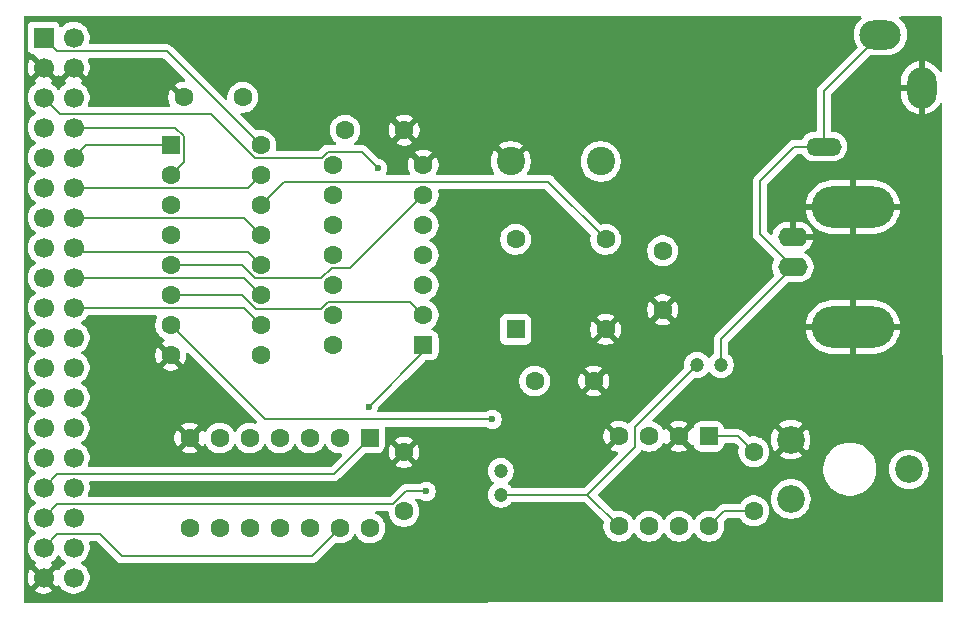
<source format=gbr>
%TF.GenerationSoftware,KiCad,Pcbnew,9.0.2*%
%TF.CreationDate,2025-06-11T12:23:04+01:00*%
%TF.ProjectId,SoundCard,536f756e-6443-4617-9264-2e6b69636164,rev?*%
%TF.SameCoordinates,Original*%
%TF.FileFunction,Copper,L2,Bot*%
%TF.FilePolarity,Positive*%
%FSLAX46Y46*%
G04 Gerber Fmt 4.6, Leading zero omitted, Abs format (unit mm)*
G04 Created by KiCad (PCBNEW 9.0.2) date 2025-06-11 12:23:04*
%MOMM*%
%LPD*%
G01*
G04 APERTURE LIST*
G04 Aperture macros list*
%AMRoundRect*
0 Rectangle with rounded corners*
0 $1 Rounding radius*
0 $2 $3 $4 $5 $6 $7 $8 $9 X,Y pos of 4 corners*
0 Add a 4 corners polygon primitive as box body*
4,1,4,$2,$3,$4,$5,$6,$7,$8,$9,$2,$3,0*
0 Add four circle primitives for the rounded corners*
1,1,$1+$1,$2,$3*
1,1,$1+$1,$4,$5*
1,1,$1+$1,$6,$7*
1,1,$1+$1,$8,$9*
0 Add four rect primitives between the rounded corners*
20,1,$1+$1,$2,$3,$4,$5,0*
20,1,$1+$1,$4,$5,$6,$7,0*
20,1,$1+$1,$6,$7,$8,$9,0*
20,1,$1+$1,$8,$9,$2,$3,0*%
G04 Aperture macros list end*
%TA.AperFunction,ComponentPad*%
%ADD10RoundRect,0.250000X-0.550000X0.550000X-0.550000X-0.550000X0.550000X-0.550000X0.550000X0.550000X0*%
%TD*%
%TA.AperFunction,ComponentPad*%
%ADD11C,1.600000*%
%TD*%
%TA.AperFunction,ComponentPad*%
%ADD12R,1.600000X1.600000*%
%TD*%
%TA.AperFunction,ComponentPad*%
%ADD13C,1.200000*%
%TD*%
%TA.AperFunction,ComponentPad*%
%ADD14C,2.400000*%
%TD*%
%TA.AperFunction,ComponentPad*%
%ADD15RoundRect,0.250000X0.550000X0.550000X-0.550000X0.550000X-0.550000X-0.550000X0.550000X-0.550000X0*%
%TD*%
%TA.AperFunction,ComponentPad*%
%ADD16RoundRect,0.250000X-0.550000X-0.550000X0.550000X-0.550000X0.550000X0.550000X-0.550000X0.550000X0*%
%TD*%
%TA.AperFunction,ComponentPad*%
%ADD17R,1.700000X1.700000*%
%TD*%
%TA.AperFunction,ComponentPad*%
%ADD18C,1.700000*%
%TD*%
%TA.AperFunction,ComponentPad*%
%ADD19O,3.000000X1.500000*%
%TD*%
%TA.AperFunction,ComponentPad*%
%ADD20O,2.500000X3.500000*%
%TD*%
%TA.AperFunction,ComponentPad*%
%ADD21O,3.500000X2.500000*%
%TD*%
%TA.AperFunction,ComponentPad*%
%ADD22C,2.340000*%
%TD*%
%TA.AperFunction,ComponentPad*%
%ADD23O,2.500000X1.600000*%
%TD*%
%TA.AperFunction,ComponentPad*%
%ADD24O,7.000000X3.500000*%
%TD*%
%TA.AperFunction,ViaPad*%
%ADD25C,0.600000*%
%TD*%
%TA.AperFunction,Conductor*%
%ADD26C,0.200000*%
%TD*%
G04 APERTURE END LIST*
D10*
%TO.P,U3,1,GAIN*%
%TO.N,Net-(C3-Pad1)*%
X183337200Y-94239000D03*
D11*
%TO.P,U3,2,-*%
%TO.N,GND*%
X180797200Y-94239000D03*
%TO.P,U3,3,+*%
%TO.N,Net-(U3-+)*%
X178257200Y-94239000D03*
%TO.P,U3,4,GND*%
%TO.N,GND*%
X175717200Y-94239000D03*
%TO.P,U3,5*%
%TO.N,Net-(C1-Pad1)*%
X175717200Y-101859000D03*
%TO.P,U3,6,V+*%
%TO.N,VCC*%
X178257200Y-101859000D03*
%TO.P,U3,7,BYPASS*%
%TO.N,unconnected-(U3-BYPASS-Pad7)*%
X180797200Y-101859000D03*
%TO.P,U3,8,GAIN*%
%TO.N,Net-(C3-Pad2)*%
X183337200Y-101859000D03*
%TD*%
D12*
%TO.P,Y1,1,EN*%
%TO.N,unconnected-(Y1-EN-Pad1)*%
X166979600Y-85191600D03*
D11*
%TO.P,Y1,4,GND*%
%TO.N,GND*%
X174599600Y-85191600D03*
%TO.P,Y1,5,OUT*%
%TO.N,Net-(U1-CLOCK)*%
X174599600Y-77571600D03*
%TO.P,Y1,8,Vcc*%
%TO.N,VCC*%
X166979600Y-77571600D03*
%TD*%
%TO.P,C3,1*%
%TO.N,Net-(C3-Pad1)*%
X187147200Y-95544000D03*
%TO.P,C3,2*%
%TO.N,Net-(C3-Pad2)*%
X187147200Y-100544000D03*
%TD*%
D13*
%TO.P,C2,1*%
%TO.N,Net-(C1-Pad1)*%
X165709600Y-99180400D03*
%TO.P,C2,2*%
%TO.N,Net-(C2-Pad2)*%
X165709600Y-97180400D03*
%TD*%
D14*
%TO.P,R1,1*%
%TO.N,Net-(C2-Pad2)*%
X174176200Y-70967600D03*
%TO.P,R1,2*%
%TO.N,GND*%
X166556200Y-70967600D03*
%TD*%
D13*
%TO.P,C1,1*%
%TO.N,Net-(C1-Pad1)*%
X182337200Y-88188800D03*
%TO.P,C1,2*%
%TO.N,Net-(J3-In)*%
X184337200Y-88188800D03*
%TD*%
D10*
%TO.P,U2,1*%
%TO.N,A13*%
X154635200Y-94386400D03*
D11*
%TO.P,U2,2*%
%TO.N,Net-(U2-Pad2)*%
X152095200Y-94386400D03*
%TO.P,U2,3*%
%TO.N,unconnected-(U2-Pad3)*%
X149555200Y-94386400D03*
%TO.P,U2,4*%
%TO.N,unconnected-(U2-Pad4)*%
X147015200Y-94386400D03*
%TO.P,U2,5*%
%TO.N,unconnected-(U2-Pad5)*%
X144475200Y-94386400D03*
%TO.P,U2,6*%
%TO.N,unconnected-(U2-Pad6)*%
X141935200Y-94386400D03*
%TO.P,U2,7,GND*%
%TO.N,GND*%
X139395200Y-94386400D03*
%TO.P,U2,8*%
%TO.N,unconnected-(U2-Pad8)*%
X139395200Y-102006400D03*
%TO.P,U2,9*%
%TO.N,unconnected-(U2-Pad9)*%
X141935200Y-102006400D03*
%TO.P,U2,10*%
%TO.N,unconnected-(U2-Pad10)*%
X144475200Y-102006400D03*
%TO.P,U2,11*%
%TO.N,unconnected-(U2-Pad11)*%
X147015200Y-102006400D03*
%TO.P,U2,12*%
%TO.N,Net-(U2-Pad12)*%
X149555200Y-102006400D03*
%TO.P,U2,13*%
%TO.N,A15*%
X152095200Y-102006400D03*
%TO.P,U2,14,VCC*%
%TO.N,VCC*%
X154635200Y-102006400D03*
%TD*%
D15*
%TO.P,U4,1*%
%TO.N,Net-(U2-Pad12)*%
X159151400Y-86512400D03*
D11*
%TO.P,U4,2*%
%TO.N,Net-(U1-~{CE})*%
X159151400Y-83972400D03*
%TO.P,U4,3*%
%TO.N,A14*%
X159151400Y-81432400D03*
%TO.P,U4,4*%
%TO.N,Net-(U2-Pad2)*%
X159151400Y-78892400D03*
%TO.P,U4,5*%
%TO.N,A0*%
X159151400Y-76352400D03*
%TO.P,U4,6*%
%TO.N,Net-(U1-~{WE})*%
X159151400Y-73812400D03*
%TO.P,U4,7,GND*%
%TO.N,GND*%
X159151400Y-71272400D03*
%TO.P,U4,8*%
%TO.N,unconnected-(U4-Pad8)*%
X151531400Y-71272400D03*
%TO.P,U4,9*%
%TO.N,unconnected-(U4-Pad9)*%
X151531400Y-73812400D03*
%TO.P,U4,10*%
%TO.N,unconnected-(U4-Pad10)*%
X151531400Y-76352400D03*
%TO.P,U4,11*%
%TO.N,unconnected-(U4-Pad11)*%
X151531400Y-78892400D03*
%TO.P,U4,12*%
%TO.N,unconnected-(U4-Pad12)*%
X151531400Y-81432400D03*
%TO.P,U4,13*%
%TO.N,unconnected-(U4-Pad13)*%
X151531400Y-83972400D03*
%TO.P,U4,14,VCC*%
%TO.N,VCC*%
X151531400Y-86512400D03*
%TD*%
D16*
%TO.P,U1,1,D2*%
%TO.N,D2*%
X137774600Y-69596000D03*
D11*
%TO.P,U1,2,D1*%
%TO.N,D1*%
X137774600Y-72136000D03*
%TO.P,U1,3,D0*%
%TO.N,D0*%
X137774600Y-74676000D03*
%TO.P,U1,4,READY*%
%TO.N,A1*%
X137774600Y-77216000D03*
%TO.P,U1,5,~{WE}*%
%TO.N,Net-(U1-~{WE})*%
X137774600Y-79756000D03*
%TO.P,U1,6,~{CE}*%
%TO.N,Net-(U1-~{CE})*%
X137774600Y-82296000D03*
%TO.P,U1,7,AUDIO_OUT*%
%TO.N,Net-(U1-AUDIO_OUT)*%
X137774600Y-84836000D03*
%TO.P,U1,8,GND*%
%TO.N,GND*%
X137774600Y-87376000D03*
%TO.P,U1,9,NC*%
%TO.N,unconnected-(U1-NC-Pad9)*%
X145394600Y-87376000D03*
%TO.P,U1,10,D7*%
%TO.N,D7*%
X145394600Y-84836000D03*
%TO.P,U1,11,D6*%
%TO.N,D6*%
X145394600Y-82296000D03*
%TO.P,U1,12,D5*%
%TO.N,D5*%
X145394600Y-79756000D03*
%TO.P,U1,13,D4*%
%TO.N,D4*%
X145394600Y-77216000D03*
%TO.P,U1,14,CLOCK*%
%TO.N,Net-(U1-CLOCK)*%
X145394600Y-74676000D03*
%TO.P,U1,15,D3*%
%TO.N,D3*%
X145394600Y-72136000D03*
%TO.P,U1,16,V_{CC}*%
%TO.N,VCC*%
X145394600Y-69596000D03*
%TD*%
D17*
%TO.P,J2,1,Pin_1*%
%TO.N,VCC*%
X127012800Y-60487600D03*
D18*
%TO.P,J2,2,Pin_2*%
%TO.N,3.3v*%
X129552800Y-60487600D03*
%TO.P,J2,3,Pin_3*%
%TO.N,GND*%
X127012800Y-63027600D03*
%TO.P,J2,4,Pin_4*%
X129552800Y-63027600D03*
%TO.P,J2,5,Pin_5*%
%TO.N,A0*%
X127012800Y-65567600D03*
%TO.P,J2,6,Pin_6*%
%TO.N,D0*%
X129552800Y-65567600D03*
%TO.P,J2,7,Pin_7*%
%TO.N,A1*%
X127012800Y-68107600D03*
%TO.P,J2,8,Pin_8*%
%TO.N,D1*%
X129552800Y-68107600D03*
%TO.P,J2,9,Pin_9*%
%TO.N,A2*%
X127012800Y-70647600D03*
%TO.P,J2,10,Pin_10*%
%TO.N,D2*%
X129552800Y-70647600D03*
%TO.P,J2,11,Pin_11*%
%TO.N,A3*%
X127012800Y-73187600D03*
%TO.P,J2,12,Pin_12*%
%TO.N,D3*%
X129552800Y-73187600D03*
%TO.P,J2,13,Pin_13*%
%TO.N,A4*%
X127012800Y-75727600D03*
%TO.P,J2,14,Pin_14*%
%TO.N,D4*%
X129552800Y-75727600D03*
%TO.P,J2,15,Pin_15*%
%TO.N,A5*%
X127012800Y-78267600D03*
%TO.P,J2,16,Pin_16*%
%TO.N,D5*%
X129552800Y-78267600D03*
%TO.P,J2,17,Pin_17*%
%TO.N,A6*%
X127012800Y-80807600D03*
%TO.P,J2,18,Pin_18*%
%TO.N,D6*%
X129552800Y-80807600D03*
%TO.P,J2,19,Pin_19*%
%TO.N,A7*%
X127012800Y-83347600D03*
%TO.P,J2,20,Pin_20*%
%TO.N,D7*%
X129552800Y-83347600D03*
%TO.P,J2,21,Pin_21*%
%TO.N,A8*%
X127012800Y-85887600D03*
%TO.P,J2,22,Pin_22*%
%TO.N,PA4*%
X129552800Y-85887600D03*
%TO.P,J2,23,Pin_23*%
%TO.N,A9*%
X127012800Y-88427600D03*
%TO.P,J2,24,Pin_24*%
%TO.N,PA5*%
X129552800Y-88427600D03*
%TO.P,J2,25,Pin_25*%
%TO.N,A10*%
X127012800Y-90967600D03*
%TO.P,J2,26,Pin_26*%
%TO.N,PA6*%
X129552800Y-90967600D03*
%TO.P,J2,27,Pin_27*%
%TO.N,A11*%
X127012800Y-93507600D03*
%TO.P,J2,28,Pin_28*%
%TO.N,Reset*%
X129552800Y-93507600D03*
%TO.P,J2,29,Pin_29*%
%TO.N,A12*%
X127012800Y-96047600D03*
%TO.P,J2,30,Pin_30*%
%TO.N,IRQ*%
X129552800Y-96047600D03*
%TO.P,J2,31,Pin_31*%
%TO.N,A13*%
X127012800Y-98587600D03*
%TO.P,J2,32,Pin_32*%
%TO.N,RW*%
X129552800Y-98587600D03*
%TO.P,J2,33,Pin_33*%
%TO.N,A14*%
X127012800Y-101127600D03*
%TO.P,J2,34,Pin_34*%
%TO.N,unconnected-(J2-Pin_34-Pad34)*%
X129552800Y-101127600D03*
%TO.P,J2,35,Pin_35*%
%TO.N,A15*%
X127012800Y-103667600D03*
%TO.P,J2,36,Pin_36*%
%TO.N,clock*%
X129552800Y-103667600D03*
%TO.P,J2,37,Pin_37*%
%TO.N,GND*%
X127012800Y-106207600D03*
%TO.P,J2,38,Pin_38*%
%TO.N,unconnected-(J2-Pin_38-Pad38)*%
X129552800Y-106207600D03*
%TD*%
D11*
%TO.P,C5,1*%
%TO.N,GND*%
X173594400Y-89560400D03*
%TO.P,C5,2*%
%TO.N,VCC*%
X168594400Y-89560400D03*
%TD*%
%TO.P,C7,1*%
%TO.N,GND*%
X157530800Y-95594800D03*
%TO.P,C7,2*%
%TO.N,VCC*%
X157530800Y-100594800D03*
%TD*%
%TO.P,C6,1*%
%TO.N,GND*%
X138876400Y-65532000D03*
%TO.P,C6,2*%
%TO.N,VCC*%
X143876400Y-65532000D03*
%TD*%
D19*
%TO.P,J1,R*%
%TO.N,Net-(J3-In)*%
X193066800Y-69719200D03*
D20*
%TO.P,J1,S*%
%TO.N,GND*%
X201366800Y-64719200D03*
D21*
%TO.P,J1,T*%
%TO.N,Net-(J3-In)*%
X197866800Y-60219200D03*
%TD*%
D11*
%TO.P,C8,1*%
%TO.N,GND*%
X157541600Y-68326000D03*
%TO.P,C8,2*%
%TO.N,VCC*%
X152541600Y-68326000D03*
%TD*%
D22*
%TO.P,RV1,1,1*%
%TO.N,Net-(U1-AUDIO_OUT)*%
X190275200Y-99528000D03*
%TO.P,RV1,2,2*%
%TO.N,Net-(U3-+)*%
X200275200Y-97028000D03*
%TO.P,RV1,3,3*%
%TO.N,GND*%
X190275200Y-94528000D03*
%TD*%
D11*
%TO.P,C4,1*%
%TO.N,GND*%
X179425600Y-83526000D03*
%TO.P,C4,2*%
%TO.N,Net-(U1-CLOCK)*%
X179425600Y-78526000D03*
%TD*%
D23*
%TO.P,J3,1,In*%
%TO.N,Net-(J3-In)*%
X190449200Y-79908400D03*
D24*
%TO.P,J3,2,Ext*%
%TO.N,GND*%
X195529200Y-74828400D03*
D23*
X190449200Y-77368400D03*
D24*
X195529200Y-84988400D03*
%TD*%
D25*
%TO.N,A0*%
X155295600Y-71526400D03*
%TO.N,A14*%
X159410400Y-98907600D03*
%TO.N,Net-(U1-AUDIO_OUT)*%
X164998400Y-92811600D03*
%TO.N,Net-(U2-Pad12)*%
X154533600Y-91744800D03*
%TD*%
D26*
%TO.N,Net-(J3-In)*%
X187655200Y-77114400D02*
X187655200Y-72644000D01*
X190449200Y-79908400D02*
X187655200Y-77114400D01*
X190580000Y-69719200D02*
X193066800Y-69719200D01*
X184337200Y-88188800D02*
X184337200Y-86020400D01*
X193066800Y-69719200D02*
X193066800Y-65019200D01*
X187655200Y-72644000D02*
X190580000Y-69719200D01*
X193066800Y-65019200D02*
X197866800Y-60219200D01*
X184337200Y-86020400D02*
X190449200Y-79908400D01*
%TO.N,Net-(C1-Pad1)*%
X173038600Y-99180400D02*
X175717200Y-101859000D01*
X177088800Y-95130200D02*
X177088800Y-93437200D01*
X177088800Y-93437200D02*
X182337200Y-88188800D01*
X173038600Y-99180400D02*
X177088800Y-95130200D01*
X165709600Y-99180400D02*
X173038600Y-99180400D01*
%TO.N,Net-(C3-Pad2)*%
X187147200Y-100544000D02*
X184652200Y-100544000D01*
X184652200Y-100544000D02*
X183337200Y-101859000D01*
%TO.N,Net-(C3-Pad1)*%
X185842200Y-94239000D02*
X187147200Y-95544000D01*
X183337200Y-94239000D02*
X185842200Y-94239000D01*
%TO.N,Net-(U1-CLOCK)*%
X147359200Y-72711400D02*
X169739400Y-72711400D01*
X169739400Y-72711400D02*
X174599600Y-77571600D01*
X145394600Y-74676000D02*
X147359200Y-72711400D01*
%TO.N,VCC*%
X137437200Y-61638600D02*
X145394600Y-69596000D01*
X127012800Y-60487600D02*
X128163800Y-61638600D01*
X128163800Y-61638600D02*
X137437200Y-61638600D01*
%TO.N,A0*%
X144938550Y-70697000D02*
X150549750Y-70697000D01*
X128401800Y-66956600D02*
X141198150Y-66956600D01*
X141198150Y-66956600D02*
X144938550Y-70697000D01*
X151075350Y-70171400D02*
X153940600Y-70171400D01*
X153940600Y-70171400D02*
X155295600Y-71526400D01*
X127012800Y-65567600D02*
X128401800Y-66956600D01*
X150549750Y-70697000D02*
X151075350Y-70171400D01*
%TO.N,D7*%
X143955600Y-83397000D02*
X145394600Y-84836000D01*
X129552800Y-83347600D02*
X129602200Y-83397000D01*
X129602200Y-83397000D02*
X143955600Y-83397000D01*
%TO.N,D5*%
X129552800Y-78267600D02*
X129940200Y-78655000D01*
X129940200Y-78655000D02*
X144293600Y-78655000D01*
X144293600Y-78655000D02*
X145394600Y-79756000D01*
%TO.N,A13*%
X127012800Y-98587600D02*
X128163800Y-97436600D01*
X127012800Y-98590000D02*
X126847600Y-98755200D01*
X151585000Y-97436600D02*
X154635200Y-94386400D01*
X128163800Y-97436600D02*
X151585000Y-97436600D01*
X127012800Y-98587600D02*
X127012800Y-98590000D01*
%TO.N,D2*%
X130604400Y-69596000D02*
X137774600Y-69596000D01*
X129552800Y-70647600D02*
X130604400Y-69596000D01*
%TO.N,A14*%
X127012800Y-101127600D02*
X128163800Y-99976600D01*
X156591950Y-99976600D02*
X157660950Y-98907600D01*
X128163800Y-99976600D02*
X156591950Y-99976600D01*
X157660950Y-98907600D02*
X159410400Y-98907600D01*
%TO.N,D4*%
X129552800Y-75727600D02*
X129602200Y-75777000D01*
X129602200Y-75777000D02*
X143955600Y-75777000D01*
X143955600Y-75777000D02*
X145394600Y-77216000D01*
%TO.N,A15*%
X133654800Y-104394000D02*
X149707600Y-104394000D01*
X128163800Y-102516600D02*
X131777400Y-102516600D01*
X131777400Y-102516600D02*
X133654800Y-104394000D01*
X149707600Y-104394000D02*
X152095200Y-102006400D01*
X127012800Y-103667600D02*
X128163800Y-102516600D01*
%TO.N,D1*%
X138172360Y-68107600D02*
X129552800Y-68107600D01*
X138875600Y-71035000D02*
X138875600Y-68810840D01*
X138875600Y-68810840D02*
X138172360Y-68107600D01*
X137774600Y-72136000D02*
X138875600Y-71035000D01*
%TO.N,D6*%
X129602200Y-80857000D02*
X143955600Y-80857000D01*
X129552800Y-80807600D02*
X129602200Y-80857000D01*
X143955600Y-80857000D02*
X145394600Y-82296000D01*
%TO.N,D3*%
X129552800Y-73187600D02*
X129602200Y-73237000D01*
X144293600Y-73237000D02*
X145394600Y-72136000D01*
X129602200Y-73237000D02*
X144293600Y-73237000D01*
%TO.N,Net-(U1-AUDIO_OUT)*%
X145750200Y-92811600D02*
X137774600Y-84836000D01*
X164998400Y-92811600D02*
X145750200Y-92811600D01*
%TO.N,Net-(U1-~{CE})*%
X150482350Y-83464400D02*
X151075350Y-82871400D01*
X143837550Y-82296000D02*
X145005950Y-83464400D01*
X151075350Y-82871400D02*
X158050400Y-82871400D01*
X145005950Y-83464400D02*
X150482350Y-83464400D01*
X137774600Y-82296000D02*
X143837550Y-82296000D01*
X158050400Y-82871400D02*
X159151400Y-83972400D01*
%TO.N,Net-(U1-~{WE})*%
X143837550Y-79756000D02*
X144938550Y-80857000D01*
X150537000Y-80857000D02*
X151400600Y-79993400D01*
X137774600Y-79756000D02*
X143837550Y-79756000D01*
X151400600Y-79993400D02*
X152970400Y-79993400D01*
X144938550Y-80857000D02*
X150537000Y-80857000D01*
X152970400Y-79993400D02*
X159151400Y-73812400D01*
%TO.N,Net-(U2-Pad12)*%
X159151400Y-87127000D02*
X159151400Y-86512400D01*
X154533600Y-91744800D02*
X159151400Y-87127000D01*
%TD*%
%TA.AperFunction,Conductor*%
%TO.N,GND*%
G36*
X128354244Y-104321599D02*
G01*
X128393286Y-104366656D01*
X128397751Y-104375420D01*
X128522690Y-104547386D01*
X128673013Y-104697709D01*
X128844982Y-104822650D01*
X128853746Y-104827116D01*
X128904542Y-104875091D01*
X128921336Y-104942912D01*
X128898798Y-105009047D01*
X128853746Y-105048084D01*
X128844982Y-105052549D01*
X128673013Y-105177490D01*
X128522690Y-105327813D01*
X128397749Y-105499782D01*
X128393002Y-105509099D01*
X128345027Y-105559893D01*
X128277205Y-105576687D01*
X128211071Y-105554148D01*
X128172034Y-105509095D01*
X128167426Y-105500052D01*
X128128070Y-105445882D01*
X128128069Y-105445882D01*
X127495762Y-106078190D01*
X127478725Y-106014607D01*
X127412899Y-105900593D01*
X127319807Y-105807501D01*
X127205793Y-105741675D01*
X127142209Y-105724637D01*
X127774516Y-105092328D01*
X127720347Y-105052973D01*
X127720347Y-105052972D01*
X127711300Y-105048363D01*
X127660506Y-105000388D01*
X127643712Y-104932566D01*
X127666251Y-104866432D01*
X127711308Y-104827393D01*
X127720616Y-104822651D01*
X127817170Y-104752501D01*
X127892586Y-104697709D01*
X127892588Y-104697706D01*
X127892592Y-104697704D01*
X128042904Y-104547392D01*
X128042906Y-104547388D01*
X128042909Y-104547386D01*
X128167848Y-104375420D01*
X128167847Y-104375420D01*
X128167851Y-104375416D01*
X128172314Y-104366654D01*
X128220288Y-104315859D01*
X128288108Y-104299063D01*
X128354244Y-104321599D01*
G37*
%TD.AperFunction*%
%TA.AperFunction,Conductor*%
G36*
X136606942Y-84017185D02*
G01*
X136652697Y-84069989D01*
X136662641Y-84139147D01*
X136650388Y-84177792D01*
X136635324Y-84207359D01*
X136569381Y-84336776D01*
X136506122Y-84531465D01*
X136480181Y-84695252D01*
X136474100Y-84733648D01*
X136474100Y-84938352D01*
X136478220Y-84964365D01*
X136506122Y-85140534D01*
X136569381Y-85335223D01*
X136662315Y-85517613D01*
X136782628Y-85683213D01*
X136927386Y-85827971D01*
X137092985Y-85948284D01*
X137092987Y-85948285D01*
X137092990Y-85948287D01*
X137182483Y-85993886D01*
X137186230Y-85995795D01*
X137237026Y-86043770D01*
X137253821Y-86111591D01*
X137231284Y-86177725D01*
X137186230Y-86216765D01*
X137093244Y-86264143D01*
X137048677Y-86296523D01*
X137048677Y-86296524D01*
X137728154Y-86976000D01*
X137721939Y-86976000D01*
X137620206Y-87003259D01*
X137528994Y-87055920D01*
X137454520Y-87130394D01*
X137401859Y-87221606D01*
X137374600Y-87323339D01*
X137374600Y-87329553D01*
X136695124Y-86650077D01*
X136695123Y-86650077D01*
X136662743Y-86694644D01*
X136569844Y-86876968D01*
X136506609Y-87071582D01*
X136474600Y-87273682D01*
X136474600Y-87478317D01*
X136506609Y-87680417D01*
X136569844Y-87875031D01*
X136662741Y-88057350D01*
X136662747Y-88057359D01*
X136695123Y-88101921D01*
X136695124Y-88101922D01*
X137374600Y-87422446D01*
X137374600Y-87428661D01*
X137401859Y-87530394D01*
X137454520Y-87621606D01*
X137528994Y-87696080D01*
X137620206Y-87748741D01*
X137721939Y-87776000D01*
X137728153Y-87776000D01*
X137048676Y-88455474D01*
X137093250Y-88487859D01*
X137275568Y-88580755D01*
X137470182Y-88643990D01*
X137672283Y-88676000D01*
X137876917Y-88676000D01*
X138079017Y-88643990D01*
X138273631Y-88580755D01*
X138455949Y-88487859D01*
X138500521Y-88455474D01*
X137821047Y-87776000D01*
X137827261Y-87776000D01*
X137928994Y-87748741D01*
X138020206Y-87696080D01*
X138094680Y-87621606D01*
X138147341Y-87530394D01*
X138174600Y-87428661D01*
X138174600Y-87422446D01*
X138854074Y-88101921D01*
X138886459Y-88057349D01*
X138979355Y-87875031D01*
X139042590Y-87680417D01*
X139074600Y-87478317D01*
X139074600Y-87284597D01*
X139094285Y-87217558D01*
X139147089Y-87171803D01*
X139216247Y-87161859D01*
X139279803Y-87190884D01*
X139286278Y-87196913D01*
X142177172Y-90087808D01*
X145047852Y-92958488D01*
X145081337Y-93019811D01*
X145076353Y-93089503D01*
X145034481Y-93145436D01*
X144969017Y-93169853D01*
X144921853Y-93164100D01*
X144779736Y-93117923D01*
X144644946Y-93096574D01*
X144577552Y-93085900D01*
X144372848Y-93085900D01*
X144350100Y-93089503D01*
X144170665Y-93117922D01*
X143975976Y-93181181D01*
X143793586Y-93274115D01*
X143627986Y-93394428D01*
X143483228Y-93539186D01*
X143362915Y-93704786D01*
X143315685Y-93797480D01*
X143267710Y-93848276D01*
X143199889Y-93865071D01*
X143133754Y-93842534D01*
X143094715Y-93797480D01*
X143065411Y-93739968D01*
X143047487Y-93704790D01*
X143015292Y-93660477D01*
X142927171Y-93539186D01*
X142782413Y-93394428D01*
X142616813Y-93274115D01*
X142616812Y-93274114D01*
X142616810Y-93274113D01*
X142511279Y-93220342D01*
X142434423Y-93181181D01*
X142239734Y-93117922D01*
X142060300Y-93089503D01*
X142037552Y-93085900D01*
X141832848Y-93085900D01*
X141810100Y-93089503D01*
X141630665Y-93117922D01*
X141435976Y-93181181D01*
X141253586Y-93274115D01*
X141087986Y-93394428D01*
X140943228Y-93539186D01*
X140822913Y-93704788D01*
X140775403Y-93798030D01*
X140727428Y-93848826D01*
X140659607Y-93865620D01*
X140593472Y-93843082D01*
X140554434Y-93798028D01*
X140507061Y-93705052D01*
X140474674Y-93660477D01*
X140474674Y-93660476D01*
X139795200Y-94339951D01*
X139795200Y-94333739D01*
X139767941Y-94232006D01*
X139715280Y-94140794D01*
X139640806Y-94066320D01*
X139549594Y-94013659D01*
X139447861Y-93986400D01*
X139441646Y-93986400D01*
X140121122Y-93306924D01*
X140121121Y-93306923D01*
X140076559Y-93274547D01*
X140076550Y-93274541D01*
X139894231Y-93181644D01*
X139699617Y-93118409D01*
X139497517Y-93086400D01*
X139292883Y-93086400D01*
X139090782Y-93118409D01*
X138896168Y-93181644D01*
X138713844Y-93274543D01*
X138669277Y-93306923D01*
X138669277Y-93306924D01*
X139348754Y-93986400D01*
X139342539Y-93986400D01*
X139240806Y-94013659D01*
X139149594Y-94066320D01*
X139075120Y-94140794D01*
X139022459Y-94232006D01*
X138995200Y-94333739D01*
X138995200Y-94339953D01*
X138315724Y-93660477D01*
X138315723Y-93660477D01*
X138283343Y-93705044D01*
X138190444Y-93887368D01*
X138127209Y-94081982D01*
X138095200Y-94284082D01*
X138095200Y-94488717D01*
X138127209Y-94690817D01*
X138190444Y-94885431D01*
X138283341Y-95067750D01*
X138283347Y-95067759D01*
X138315723Y-95112321D01*
X138315724Y-95112322D01*
X138995200Y-94432846D01*
X138995200Y-94439061D01*
X139022459Y-94540794D01*
X139075120Y-94632006D01*
X139149594Y-94706480D01*
X139240806Y-94759141D01*
X139342539Y-94786400D01*
X139348753Y-94786400D01*
X138669276Y-95465874D01*
X138713850Y-95498259D01*
X138896168Y-95591155D01*
X139090782Y-95654390D01*
X139292883Y-95686400D01*
X139497517Y-95686400D01*
X139699617Y-95654390D01*
X139894231Y-95591155D01*
X140076549Y-95498259D01*
X140121121Y-95465874D01*
X139441647Y-94786400D01*
X139447861Y-94786400D01*
X139549594Y-94759141D01*
X139640806Y-94706480D01*
X139715280Y-94632006D01*
X139767941Y-94540794D01*
X139795200Y-94439061D01*
X139795200Y-94432847D01*
X140474674Y-95112321D01*
X140507061Y-95067747D01*
X140507061Y-95067746D01*
X140554434Y-94974771D01*
X140602408Y-94923975D01*
X140670228Y-94907179D01*
X140736364Y-94929716D01*
X140775403Y-94974769D01*
X140822913Y-95068011D01*
X140943228Y-95233613D01*
X141087986Y-95378371D01*
X141233770Y-95484287D01*
X141253590Y-95498687D01*
X141369807Y-95557903D01*
X141435976Y-95591618D01*
X141435978Y-95591618D01*
X141435981Y-95591620D01*
X141522359Y-95619686D01*
X141630665Y-95654877D01*
X141731757Y-95670888D01*
X141832848Y-95686900D01*
X141832849Y-95686900D01*
X142037551Y-95686900D01*
X142037552Y-95686900D01*
X142239734Y-95654877D01*
X142434419Y-95591620D01*
X142616810Y-95498687D01*
X142745678Y-95405060D01*
X142782413Y-95378371D01*
X142782415Y-95378368D01*
X142782419Y-95378366D01*
X142927166Y-95233619D01*
X142927168Y-95233615D01*
X142927171Y-95233613D01*
X143047484Y-95068014D01*
X143047486Y-95068011D01*
X143047487Y-95068010D01*
X143094716Y-94975317D01*
X143142689Y-94924523D01*
X143210510Y-94907728D01*
X143276645Y-94930265D01*
X143315683Y-94975317D01*
X143351075Y-95044776D01*
X143362915Y-95068014D01*
X143483228Y-95233613D01*
X143627986Y-95378371D01*
X143773770Y-95484287D01*
X143793590Y-95498687D01*
X143909807Y-95557903D01*
X143975976Y-95591618D01*
X143975978Y-95591618D01*
X143975981Y-95591620D01*
X144062359Y-95619686D01*
X144170665Y-95654877D01*
X144271757Y-95670888D01*
X144372848Y-95686900D01*
X144372849Y-95686900D01*
X144577551Y-95686900D01*
X144577552Y-95686900D01*
X144779734Y-95654877D01*
X144974419Y-95591620D01*
X145156810Y-95498687D01*
X145285678Y-95405060D01*
X145322413Y-95378371D01*
X145322415Y-95378368D01*
X145322419Y-95378366D01*
X145467166Y-95233619D01*
X145467168Y-95233615D01*
X145467171Y-95233613D01*
X145587484Y-95068014D01*
X145587486Y-95068011D01*
X145587487Y-95068010D01*
X145634716Y-94975317D01*
X145682689Y-94924523D01*
X145750510Y-94907728D01*
X145816645Y-94930265D01*
X145855683Y-94975317D01*
X145891075Y-95044776D01*
X145902915Y-95068014D01*
X146023228Y-95233613D01*
X146167986Y-95378371D01*
X146313770Y-95484287D01*
X146333590Y-95498687D01*
X146449807Y-95557903D01*
X146515976Y-95591618D01*
X146515978Y-95591618D01*
X146515981Y-95591620D01*
X146602359Y-95619686D01*
X146710665Y-95654877D01*
X146811757Y-95670888D01*
X146912848Y-95686900D01*
X146912849Y-95686900D01*
X147117551Y-95686900D01*
X147117552Y-95686900D01*
X147319734Y-95654877D01*
X147514419Y-95591620D01*
X147696810Y-95498687D01*
X147825678Y-95405060D01*
X147862413Y-95378371D01*
X147862415Y-95378368D01*
X147862419Y-95378366D01*
X148007166Y-95233619D01*
X148007168Y-95233615D01*
X148007171Y-95233613D01*
X148127484Y-95068014D01*
X148127486Y-95068011D01*
X148127487Y-95068010D01*
X148174716Y-94975317D01*
X148222689Y-94924523D01*
X148290510Y-94907728D01*
X148356645Y-94930265D01*
X148395683Y-94975317D01*
X148431075Y-95044776D01*
X148442915Y-95068014D01*
X148563228Y-95233613D01*
X148707986Y-95378371D01*
X148853770Y-95484287D01*
X148873590Y-95498687D01*
X148989807Y-95557903D01*
X149055976Y-95591618D01*
X149055978Y-95591618D01*
X149055981Y-95591620D01*
X149142359Y-95619686D01*
X149250665Y-95654877D01*
X149351757Y-95670888D01*
X149452848Y-95686900D01*
X149452849Y-95686900D01*
X149657551Y-95686900D01*
X149657552Y-95686900D01*
X149859734Y-95654877D01*
X150054419Y-95591620D01*
X150236810Y-95498687D01*
X150365678Y-95405060D01*
X150402413Y-95378371D01*
X150402415Y-95378368D01*
X150402419Y-95378366D01*
X150547166Y-95233619D01*
X150547168Y-95233615D01*
X150547171Y-95233613D01*
X150667484Y-95068014D01*
X150667486Y-95068011D01*
X150667487Y-95068010D01*
X150714716Y-94975317D01*
X150762689Y-94924523D01*
X150830510Y-94907728D01*
X150896645Y-94930265D01*
X150935683Y-94975317D01*
X150971075Y-95044776D01*
X150982915Y-95068014D01*
X151103228Y-95233613D01*
X151247986Y-95378371D01*
X151393770Y-95484287D01*
X151413590Y-95498687D01*
X151529807Y-95557903D01*
X151595976Y-95591618D01*
X151595978Y-95591618D01*
X151595981Y-95591620D01*
X151682359Y-95619686D01*
X151790665Y-95654877D01*
X151891757Y-95670888D01*
X151992848Y-95686900D01*
X151992849Y-95686900D01*
X152186102Y-95686900D01*
X152253141Y-95706585D01*
X152298896Y-95759389D01*
X152308840Y-95828547D01*
X152279815Y-95892103D01*
X152273783Y-95898581D01*
X151372584Y-96799781D01*
X151311261Y-96833266D01*
X151284903Y-96836100D01*
X130869090Y-96836100D01*
X130802051Y-96816415D01*
X130756296Y-96763611D01*
X130746352Y-96694453D01*
X130758605Y-96655805D01*
X130804357Y-96566012D01*
X130870046Y-96363843D01*
X130903300Y-96153887D01*
X130903300Y-95941313D01*
X130870046Y-95731357D01*
X130804357Y-95529188D01*
X130707851Y-95339784D01*
X130707849Y-95339781D01*
X130707848Y-95339779D01*
X130582909Y-95167813D01*
X130432586Y-95017490D01*
X130260620Y-94892551D01*
X130259915Y-94892191D01*
X130251854Y-94888085D01*
X130201059Y-94840112D01*
X130184263Y-94772292D01*
X130206799Y-94706156D01*
X130251854Y-94667115D01*
X130260616Y-94662651D01*
X130330688Y-94611741D01*
X130432586Y-94537709D01*
X130432588Y-94537706D01*
X130432592Y-94537704D01*
X130582904Y-94387392D01*
X130582906Y-94387388D01*
X130582909Y-94387386D01*
X130634391Y-94316525D01*
X130707851Y-94215416D01*
X130804357Y-94026012D01*
X130870046Y-93823843D01*
X130903300Y-93613887D01*
X130903300Y-93401313D01*
X130896462Y-93358143D01*
X130883221Y-93274541D01*
X130870046Y-93191357D01*
X130804357Y-92989188D01*
X130707851Y-92799784D01*
X130707849Y-92799781D01*
X130707848Y-92799779D01*
X130582909Y-92627813D01*
X130432586Y-92477490D01*
X130260620Y-92352551D01*
X130259915Y-92352191D01*
X130251854Y-92348085D01*
X130201059Y-92300112D01*
X130184263Y-92232292D01*
X130206799Y-92166156D01*
X130251854Y-92127115D01*
X130260616Y-92122651D01*
X130322642Y-92077587D01*
X130432586Y-91997709D01*
X130432588Y-91997706D01*
X130432592Y-91997704D01*
X130582904Y-91847392D01*
X130582906Y-91847388D01*
X130582909Y-91847386D01*
X130707848Y-91675420D01*
X130707847Y-91675420D01*
X130707851Y-91675416D01*
X130804357Y-91486012D01*
X130870046Y-91283843D01*
X130903300Y-91073887D01*
X130903300Y-90861313D01*
X130870046Y-90651357D01*
X130804357Y-90449188D01*
X130707851Y-90259784D01*
X130707849Y-90259781D01*
X130707848Y-90259779D01*
X130582909Y-90087813D01*
X130432586Y-89937490D01*
X130260620Y-89812551D01*
X130259915Y-89812191D01*
X130251854Y-89808085D01*
X130201059Y-89760112D01*
X130184263Y-89692292D01*
X130206799Y-89626156D01*
X130251854Y-89587115D01*
X130260616Y-89582651D01*
X130291241Y-89560401D01*
X130432586Y-89457709D01*
X130432588Y-89457706D01*
X130432592Y-89457704D01*
X130582904Y-89307392D01*
X130582906Y-89307388D01*
X130582909Y-89307386D01*
X130707848Y-89135420D01*
X130707847Y-89135420D01*
X130707851Y-89135416D01*
X130804357Y-88946012D01*
X130870046Y-88743843D01*
X130903300Y-88533887D01*
X130903300Y-88321313D01*
X130870046Y-88111357D01*
X130804357Y-87909188D01*
X130707851Y-87719784D01*
X130707849Y-87719781D01*
X130707848Y-87719779D01*
X130582909Y-87547813D01*
X130432586Y-87397490D01*
X130394372Y-87369727D01*
X130394341Y-87369705D01*
X130260616Y-87272549D01*
X130244037Y-87264101D01*
X130236863Y-87259061D01*
X130220338Y-87238319D01*
X130201059Y-87220112D01*
X130198906Y-87211419D01*
X130193325Y-87204414D01*
X130190637Y-87178030D01*
X130184263Y-87152292D01*
X130187151Y-87143814D01*
X130186244Y-87134904D01*
X130198245Y-87111257D01*
X130206799Y-87086156D01*
X130214272Y-87079680D01*
X130217866Y-87072600D01*
X130231997Y-87064321D01*
X130251854Y-87047115D01*
X130260616Y-87042651D01*
X130352354Y-86976000D01*
X130432586Y-86917709D01*
X130432588Y-86917706D01*
X130432592Y-86917704D01*
X130582904Y-86767392D01*
X130582906Y-86767388D01*
X130582909Y-86767386D01*
X130707848Y-86595420D01*
X130707847Y-86595420D01*
X130707851Y-86595416D01*
X130804357Y-86406012D01*
X130870046Y-86203843D01*
X130903300Y-85993887D01*
X130903300Y-85781313D01*
X130870046Y-85571357D01*
X130804357Y-85369188D01*
X130707851Y-85179784D01*
X130707849Y-85179781D01*
X130707848Y-85179779D01*
X130582909Y-85007813D01*
X130432586Y-84857490D01*
X130260620Y-84732551D01*
X130257095Y-84730755D01*
X130251854Y-84728085D01*
X130201059Y-84680112D01*
X130184263Y-84612292D01*
X130206799Y-84546156D01*
X130251854Y-84507115D01*
X130260616Y-84502651D01*
X130303323Y-84471623D01*
X130432586Y-84377709D01*
X130432588Y-84377706D01*
X130432592Y-84377704D01*
X130582904Y-84227392D01*
X130582906Y-84227388D01*
X130582909Y-84227386D01*
X130710715Y-84051475D01*
X130711894Y-84052331D01*
X130758882Y-84009829D01*
X130812786Y-83997500D01*
X136539903Y-83997500D01*
X136606942Y-84017185D01*
G37*
%TD.AperFunction*%
%TA.AperFunction,Conductor*%
G36*
X137204142Y-62258785D02*
G01*
X137224784Y-62275419D01*
X138969684Y-64020319D01*
X139003169Y-64081642D01*
X138998185Y-64151334D01*
X138956313Y-64207267D01*
X138890849Y-64231684D01*
X138882003Y-64232000D01*
X138774083Y-64232000D01*
X138571982Y-64264009D01*
X138377368Y-64327244D01*
X138195044Y-64420143D01*
X138150477Y-64452523D01*
X138150477Y-64452524D01*
X138829953Y-65132000D01*
X138823739Y-65132000D01*
X138722006Y-65159259D01*
X138630794Y-65211920D01*
X138556320Y-65286394D01*
X138503659Y-65377606D01*
X138476400Y-65479339D01*
X138476400Y-65485553D01*
X137796924Y-64806077D01*
X137796923Y-64806077D01*
X137764543Y-64850644D01*
X137671644Y-65032968D01*
X137608409Y-65227582D01*
X137576400Y-65429682D01*
X137576400Y-65634317D01*
X137608409Y-65836417D01*
X137671644Y-66031031D01*
X137745411Y-66175805D01*
X137758307Y-66244474D01*
X137732031Y-66309215D01*
X137674924Y-66349472D01*
X137634926Y-66356100D01*
X130869090Y-66356100D01*
X130802051Y-66336415D01*
X130756296Y-66283611D01*
X130746352Y-66214453D01*
X130758605Y-66175805D01*
X130804357Y-66086012D01*
X130870046Y-65883843D01*
X130903300Y-65673887D01*
X130903300Y-65461313D01*
X130870046Y-65251357D01*
X130804357Y-65049188D01*
X130707851Y-64859784D01*
X130707849Y-64859781D01*
X130707848Y-64859779D01*
X130582909Y-64687813D01*
X130432586Y-64537490D01*
X130260617Y-64412549D01*
X130251304Y-64407804D01*
X130200507Y-64359830D01*
X130183712Y-64292009D01*
X130206249Y-64225874D01*
X130251307Y-64186832D01*
X130260355Y-64182222D01*
X130314516Y-64142870D01*
X130314517Y-64142870D01*
X129682208Y-63510562D01*
X129745793Y-63493525D01*
X129859807Y-63427699D01*
X129952899Y-63334607D01*
X130018725Y-63220593D01*
X130035762Y-63157009D01*
X130668070Y-63789317D01*
X130668070Y-63789316D01*
X130707422Y-63735154D01*
X130803895Y-63545817D01*
X130869557Y-63343730D01*
X130869557Y-63343727D01*
X130902800Y-63133846D01*
X130902800Y-62921353D01*
X130869557Y-62711472D01*
X130869557Y-62711469D01*
X130803895Y-62509382D01*
X130758044Y-62419395D01*
X130745148Y-62350726D01*
X130771424Y-62285986D01*
X130828530Y-62245728D01*
X130868529Y-62239100D01*
X137137103Y-62239100D01*
X137204142Y-62258785D01*
G37*
%TD.AperFunction*%
%TA.AperFunction,Conductor*%
G36*
X129086875Y-63220593D02*
G01*
X129152701Y-63334607D01*
X129245793Y-63427699D01*
X129359807Y-63493525D01*
X129423390Y-63510562D01*
X128791082Y-64142869D01*
X128791082Y-64142870D01*
X128845252Y-64182226D01*
X128845251Y-64182226D01*
X128854295Y-64186834D01*
X128905092Y-64234808D01*
X128921887Y-64302629D01*
X128899350Y-64368764D01*
X128854299Y-64407802D01*
X128844982Y-64412549D01*
X128673013Y-64537490D01*
X128522690Y-64687813D01*
X128397749Y-64859782D01*
X128393284Y-64868546D01*
X128345309Y-64919342D01*
X128277488Y-64936136D01*
X128211353Y-64913598D01*
X128172316Y-64868546D01*
X128167850Y-64859782D01*
X128042909Y-64687813D01*
X127892586Y-64537490D01*
X127720617Y-64412549D01*
X127711304Y-64407804D01*
X127660507Y-64359830D01*
X127643712Y-64292009D01*
X127666249Y-64225874D01*
X127711307Y-64186832D01*
X127720355Y-64182222D01*
X127774516Y-64142870D01*
X127774517Y-64142870D01*
X127142208Y-63510562D01*
X127205793Y-63493525D01*
X127319807Y-63427699D01*
X127412899Y-63334607D01*
X127478725Y-63220593D01*
X127495762Y-63157008D01*
X128128070Y-63789317D01*
X128128070Y-63789316D01*
X128167422Y-63735154D01*
X128172314Y-63725554D01*
X128220288Y-63674757D01*
X128288108Y-63657961D01*
X128354244Y-63680497D01*
X128393286Y-63725554D01*
X128398175Y-63735150D01*
X128437528Y-63789316D01*
X129069836Y-63157007D01*
X129086875Y-63220593D01*
G37*
%TD.AperFunction*%
%TA.AperFunction,Conductor*%
G36*
X196145748Y-58669455D02*
G01*
X196212773Y-58689183D01*
X196258493Y-58742017D01*
X196268391Y-58811182D01*
X196239325Y-58874719D01*
X196221154Y-58891828D01*
X196218217Y-58894083D01*
X196210134Y-58900285D01*
X196047881Y-59062538D01*
X195908192Y-59244582D01*
X195793457Y-59443309D01*
X195793450Y-59443323D01*
X195705642Y-59655312D01*
X195646253Y-59876959D01*
X195646251Y-59876970D01*
X195616300Y-60104458D01*
X195616300Y-60333941D01*
X195641246Y-60523415D01*
X195646252Y-60561438D01*
X195654947Y-60593887D01*
X195705642Y-60783087D01*
X195793450Y-60995076D01*
X195793457Y-60995091D01*
X195909941Y-61196847D01*
X195926414Y-61264747D01*
X195903561Y-61330774D01*
X195890235Y-61346528D01*
X192698086Y-64538678D01*
X192586281Y-64650482D01*
X192586279Y-64650485D01*
X192538071Y-64733986D01*
X192538069Y-64733988D01*
X192507225Y-64787409D01*
X192507223Y-64787412D01*
X192487833Y-64859779D01*
X192466299Y-64940143D01*
X192466299Y-64940145D01*
X192466299Y-65108246D01*
X192466300Y-65108259D01*
X192466300Y-68344700D01*
X192446615Y-68411739D01*
X192393811Y-68457494D01*
X192342300Y-68468700D01*
X192218378Y-68468700D01*
X192023973Y-68499490D01*
X191836770Y-68560317D01*
X191661394Y-68649676D01*
X191620273Y-68679553D01*
X191502154Y-68765372D01*
X191502152Y-68765374D01*
X191502151Y-68765374D01*
X191362974Y-68904551D01*
X191362974Y-68904552D01*
X191362972Y-68904554D01*
X191247277Y-69063794D01*
X191244522Y-69067586D01*
X191189192Y-69110251D01*
X191144204Y-69118700D01*
X190666669Y-69118700D01*
X190666653Y-69118699D01*
X190659057Y-69118699D01*
X190500943Y-69118699D01*
X190393587Y-69147465D01*
X190348210Y-69159624D01*
X190348209Y-69159625D01*
X190298096Y-69188559D01*
X190298095Y-69188560D01*
X190254689Y-69213620D01*
X190211285Y-69238679D01*
X190211282Y-69238681D01*
X187174679Y-72275284D01*
X187155900Y-72307813D01*
X187144880Y-72326900D01*
X187095623Y-72412215D01*
X187054699Y-72564943D01*
X187054699Y-72564945D01*
X187054699Y-72733046D01*
X187054700Y-72733059D01*
X187054700Y-77027730D01*
X187054699Y-77027748D01*
X187054699Y-77193454D01*
X187054698Y-77193454D01*
X187095624Y-77346189D01*
X187095625Y-77346190D01*
X187115704Y-77380967D01*
X187115705Y-77380968D01*
X187174677Y-77483112D01*
X187174681Y-77483117D01*
X187293549Y-77601985D01*
X187293555Y-77601990D01*
X188833821Y-79142257D01*
X188867306Y-79203580D01*
X188862322Y-79273272D01*
X188856625Y-79286233D01*
X188793981Y-79409176D01*
X188730722Y-79603865D01*
X188698700Y-79806048D01*
X188698700Y-80010751D01*
X188730722Y-80212934D01*
X188793981Y-80407623D01*
X188856625Y-80530566D01*
X188869521Y-80599235D01*
X188843245Y-80663975D01*
X188833821Y-80674542D01*
X183971908Y-85536455D01*
X183971902Y-85536461D01*
X183968486Y-85539878D01*
X183968484Y-85539880D01*
X183856680Y-85651684D01*
X183827692Y-85701894D01*
X183821979Y-85711787D01*
X183821977Y-85711791D01*
X183777623Y-85788614D01*
X183777623Y-85788615D01*
X183736699Y-85941343D01*
X183736699Y-85941345D01*
X183736699Y-86109446D01*
X183736700Y-86109459D01*
X183736700Y-87201614D01*
X183717015Y-87268653D01*
X183685587Y-87301931D01*
X183620272Y-87349385D01*
X183497788Y-87471869D01*
X183497781Y-87471878D01*
X183437517Y-87554823D01*
X183382187Y-87597489D01*
X183312574Y-87603467D01*
X183250779Y-87570861D01*
X183236883Y-87554823D01*
X183181321Y-87478351D01*
X183176614Y-87471872D01*
X183054128Y-87349386D01*
X182913988Y-87247568D01*
X182814577Y-87196916D01*
X182759647Y-87168928D01*
X182759646Y-87168927D01*
X182759645Y-87168927D01*
X182594901Y-87115398D01*
X182594899Y-87115397D01*
X182594898Y-87115397D01*
X182463471Y-87094581D01*
X182423811Y-87088300D01*
X182250589Y-87088300D01*
X182210928Y-87094581D01*
X182079502Y-87115397D01*
X181914752Y-87168928D01*
X181760411Y-87247568D01*
X181724516Y-87273648D01*
X181620272Y-87349386D01*
X181620270Y-87349388D01*
X181620269Y-87349388D01*
X181497788Y-87471869D01*
X181497788Y-87471870D01*
X181497786Y-87471872D01*
X181493079Y-87478351D01*
X181395968Y-87612011D01*
X181317328Y-87766352D01*
X181317327Y-87766354D01*
X181317327Y-87766355D01*
X181301283Y-87815733D01*
X181263797Y-87931102D01*
X181236700Y-88102189D01*
X181236700Y-88275416D01*
X181249328Y-88355149D01*
X181240373Y-88424442D01*
X181214536Y-88462227D01*
X176722648Y-92954115D01*
X176722639Y-92954124D01*
X176720086Y-92956678D01*
X176720084Y-92956680D01*
X176608280Y-93068484D01*
X176584973Y-93108851D01*
X176576555Y-93118314D01*
X176557224Y-93130381D01*
X176540734Y-93146105D01*
X176528154Y-93148529D01*
X176517286Y-93155314D01*
X176494499Y-93155015D01*
X176472126Y-93159327D01*
X176459519Y-93154556D01*
X176447423Y-93154398D01*
X176431806Y-93144069D01*
X176411031Y-93136208D01*
X176398557Y-93127145D01*
X176398550Y-93127141D01*
X176216231Y-93034244D01*
X176021617Y-92971009D01*
X175819517Y-92939000D01*
X175614883Y-92939000D01*
X175412782Y-92971009D01*
X175218168Y-93034244D01*
X175035844Y-93127143D01*
X174991277Y-93159523D01*
X174991277Y-93159524D01*
X175670753Y-93839000D01*
X175664539Y-93839000D01*
X175562806Y-93866259D01*
X175471594Y-93918920D01*
X175397120Y-93993394D01*
X175344459Y-94084606D01*
X175317200Y-94186339D01*
X175317200Y-94192553D01*
X174637724Y-93513077D01*
X174637723Y-93513077D01*
X174605343Y-93557644D01*
X174512444Y-93739968D01*
X174449209Y-93934582D01*
X174417200Y-94136682D01*
X174417200Y-94341317D01*
X174449209Y-94543417D01*
X174512444Y-94738031D01*
X174605341Y-94920350D01*
X174605347Y-94920359D01*
X174637723Y-94964921D01*
X174637724Y-94964922D01*
X175317200Y-94285446D01*
X175317200Y-94291661D01*
X175344459Y-94393394D01*
X175397120Y-94484606D01*
X175471594Y-94559080D01*
X175562806Y-94611741D01*
X175664539Y-94639000D01*
X175670752Y-94639000D01*
X174991276Y-95318474D01*
X175035850Y-95350859D01*
X175218168Y-95443755D01*
X175412782Y-95506989D01*
X175560879Y-95530446D01*
X175624013Y-95560375D01*
X175660945Y-95619686D01*
X175659947Y-95689549D01*
X175629162Y-95740600D01*
X172826184Y-98543581D01*
X172764861Y-98577066D01*
X172738503Y-98579900D01*
X166696785Y-98579900D01*
X166629746Y-98560215D01*
X166596467Y-98528786D01*
X166549014Y-98463472D01*
X166426528Y-98340986D01*
X166343575Y-98280717D01*
X166300911Y-98225388D01*
X166294932Y-98155774D01*
X166327538Y-98093979D01*
X166343576Y-98080082D01*
X166357805Y-98069744D01*
X166426528Y-98019814D01*
X166549014Y-97897328D01*
X166650832Y-97757188D01*
X166729473Y-97602845D01*
X166783002Y-97438101D01*
X166810100Y-97267011D01*
X166810100Y-97093789D01*
X166783002Y-96922699D01*
X166729473Y-96757955D01*
X166650832Y-96603612D01*
X166549014Y-96463472D01*
X166426528Y-96340986D01*
X166286388Y-96239168D01*
X166132045Y-96160527D01*
X165967301Y-96106998D01*
X165967299Y-96106997D01*
X165967298Y-96106997D01*
X165835871Y-96086181D01*
X165796211Y-96079900D01*
X165622989Y-96079900D01*
X165583328Y-96086181D01*
X165451902Y-96106997D01*
X165287152Y-96160528D01*
X165132811Y-96239168D01*
X165081898Y-96276159D01*
X164992672Y-96340986D01*
X164992670Y-96340988D01*
X164992669Y-96340988D01*
X164870188Y-96463469D01*
X164870188Y-96463470D01*
X164870186Y-96463472D01*
X164836926Y-96509250D01*
X164768368Y-96603611D01*
X164689728Y-96757952D01*
X164636197Y-96922702D01*
X164609100Y-97093789D01*
X164609100Y-97267010D01*
X164635318Y-97432549D01*
X164636198Y-97438101D01*
X164689727Y-97602845D01*
X164768368Y-97757188D01*
X164870186Y-97897328D01*
X164992672Y-98019814D01*
X164992678Y-98019818D01*
X165075623Y-98080083D01*
X165118289Y-98135413D01*
X165124267Y-98205026D01*
X165091661Y-98266821D01*
X165075623Y-98280717D01*
X164992678Y-98340981D01*
X164992669Y-98340988D01*
X164870188Y-98463469D01*
X164870188Y-98463470D01*
X164870186Y-98463472D01*
X164826459Y-98523656D01*
X164768368Y-98603611D01*
X164689728Y-98757952D01*
X164636197Y-98922702D01*
X164609269Y-99092719D01*
X164609100Y-99093789D01*
X164609100Y-99267011D01*
X164610448Y-99275522D01*
X164635186Y-99431715D01*
X164636198Y-99438101D01*
X164689727Y-99602845D01*
X164768368Y-99757188D01*
X164870186Y-99897328D01*
X164992672Y-100019814D01*
X165132812Y-100121632D01*
X165287155Y-100200273D01*
X165451899Y-100253802D01*
X165622989Y-100280900D01*
X165622990Y-100280900D01*
X165796210Y-100280900D01*
X165796211Y-100280900D01*
X165967301Y-100253802D01*
X166132045Y-100200273D01*
X166286388Y-100121632D01*
X166426528Y-100019814D01*
X166549014Y-99897328D01*
X166596468Y-99832013D01*
X166651797Y-99789349D01*
X166696785Y-99780900D01*
X172738503Y-99780900D01*
X172805542Y-99800585D01*
X172826184Y-99817219D01*
X174423122Y-101414157D01*
X174456607Y-101475480D01*
X174453373Y-101540154D01*
X174451565Y-101545717D01*
X174448722Y-101554468D01*
X174416700Y-101756648D01*
X174416700Y-101961351D01*
X174448722Y-102163534D01*
X174511981Y-102358223D01*
X174568450Y-102469047D01*
X174598349Y-102527728D01*
X174604915Y-102540613D01*
X174725228Y-102706213D01*
X174869986Y-102850971D01*
X175019750Y-102959779D01*
X175035590Y-102971287D01*
X175151807Y-103030503D01*
X175217976Y-103064218D01*
X175217978Y-103064218D01*
X175217981Y-103064220D01*
X175322337Y-103098127D01*
X175412665Y-103127477D01*
X175471433Y-103136785D01*
X175614848Y-103159500D01*
X175614849Y-103159500D01*
X175819551Y-103159500D01*
X175819552Y-103159500D01*
X176021734Y-103127477D01*
X176216419Y-103064220D01*
X176398810Y-102971287D01*
X176491790Y-102903732D01*
X176564413Y-102850971D01*
X176564415Y-102850968D01*
X176564419Y-102850966D01*
X176709166Y-102706219D01*
X176709168Y-102706215D01*
X176709171Y-102706213D01*
X176829484Y-102540614D01*
X176829485Y-102540613D01*
X176829487Y-102540610D01*
X176876716Y-102447917D01*
X176924689Y-102397123D01*
X176992510Y-102380328D01*
X177058645Y-102402865D01*
X177097685Y-102447919D01*
X177144915Y-102540614D01*
X177265228Y-102706213D01*
X177409986Y-102850971D01*
X177559750Y-102959779D01*
X177575590Y-102971287D01*
X177691807Y-103030503D01*
X177757976Y-103064218D01*
X177757978Y-103064218D01*
X177757981Y-103064220D01*
X177862337Y-103098127D01*
X177952665Y-103127477D01*
X178011433Y-103136785D01*
X178154848Y-103159500D01*
X178154849Y-103159500D01*
X178359551Y-103159500D01*
X178359552Y-103159500D01*
X178561734Y-103127477D01*
X178756419Y-103064220D01*
X178938810Y-102971287D01*
X179031790Y-102903732D01*
X179104413Y-102850971D01*
X179104415Y-102850968D01*
X179104419Y-102850966D01*
X179249166Y-102706219D01*
X179249168Y-102706215D01*
X179249171Y-102706213D01*
X179369484Y-102540614D01*
X179369485Y-102540613D01*
X179369487Y-102540610D01*
X179416716Y-102447917D01*
X179464689Y-102397123D01*
X179532510Y-102380328D01*
X179598645Y-102402865D01*
X179637685Y-102447919D01*
X179684915Y-102540614D01*
X179805228Y-102706213D01*
X179949986Y-102850971D01*
X180099750Y-102959779D01*
X180115590Y-102971287D01*
X180231807Y-103030503D01*
X180297976Y-103064218D01*
X180297978Y-103064218D01*
X180297981Y-103064220D01*
X180402337Y-103098127D01*
X180492665Y-103127477D01*
X180551433Y-103136785D01*
X180694848Y-103159500D01*
X180694849Y-103159500D01*
X180899551Y-103159500D01*
X180899552Y-103159500D01*
X181101734Y-103127477D01*
X181296419Y-103064220D01*
X181478810Y-102971287D01*
X181571790Y-102903732D01*
X181644413Y-102850971D01*
X181644415Y-102850968D01*
X181644419Y-102850966D01*
X181789166Y-102706219D01*
X181789168Y-102706215D01*
X181789171Y-102706213D01*
X181909484Y-102540614D01*
X181909485Y-102540613D01*
X181909487Y-102540610D01*
X181956716Y-102447917D01*
X182004689Y-102397123D01*
X182072510Y-102380328D01*
X182138645Y-102402865D01*
X182177685Y-102447919D01*
X182224915Y-102540614D01*
X182345228Y-102706213D01*
X182489986Y-102850971D01*
X182639750Y-102959779D01*
X182655590Y-102971287D01*
X182771807Y-103030503D01*
X182837976Y-103064218D01*
X182837978Y-103064218D01*
X182837981Y-103064220D01*
X182942337Y-103098127D01*
X183032665Y-103127477D01*
X183091433Y-103136785D01*
X183234848Y-103159500D01*
X183234849Y-103159500D01*
X183439551Y-103159500D01*
X183439552Y-103159500D01*
X183641734Y-103127477D01*
X183836419Y-103064220D01*
X184018810Y-102971287D01*
X184111790Y-102903732D01*
X184184413Y-102850971D01*
X184184415Y-102850968D01*
X184184419Y-102850966D01*
X184329166Y-102706219D01*
X184329168Y-102706215D01*
X184329171Y-102706213D01*
X184442472Y-102550265D01*
X184449487Y-102540610D01*
X184542420Y-102358219D01*
X184605677Y-102163534D01*
X184637700Y-101961352D01*
X184637700Y-101756648D01*
X184605677Y-101554466D01*
X184601026Y-101540154D01*
X184599032Y-101470315D01*
X184631277Y-101414157D01*
X184864616Y-101180819D01*
X184925939Y-101147334D01*
X184952297Y-101144500D01*
X185917598Y-101144500D01*
X185984637Y-101164185D01*
X186028083Y-101212205D01*
X186034915Y-101225614D01*
X186155228Y-101391213D01*
X186299986Y-101535971D01*
X186451448Y-101646012D01*
X186465590Y-101656287D01*
X186573914Y-101711481D01*
X186647976Y-101749218D01*
X186647978Y-101749218D01*
X186647981Y-101749220D01*
X186725640Y-101774453D01*
X186842665Y-101812477D01*
X186943757Y-101828488D01*
X187044848Y-101844500D01*
X187044849Y-101844500D01*
X187249551Y-101844500D01*
X187249552Y-101844500D01*
X187451734Y-101812477D01*
X187646419Y-101749220D01*
X187828810Y-101656287D01*
X187968952Y-101554469D01*
X187994413Y-101535971D01*
X187994415Y-101535968D01*
X187994419Y-101535966D01*
X188139166Y-101391219D01*
X188139168Y-101391215D01*
X188139171Y-101391213D01*
X188194445Y-101315134D01*
X188259487Y-101225610D01*
X188352420Y-101043219D01*
X188415677Y-100848534D01*
X188447700Y-100646352D01*
X188447700Y-100441648D01*
X188415677Y-100239466D01*
X188402942Y-100200273D01*
X188358496Y-100063481D01*
X188352420Y-100044781D01*
X188352418Y-100044778D01*
X188352418Y-100044776D01*
X188313341Y-99968084D01*
X188259487Y-99862390D01*
X188226669Y-99817219D01*
X188139171Y-99696786D01*
X187994413Y-99552028D01*
X187943129Y-99514769D01*
X187828813Y-99431715D01*
X187828812Y-99431714D01*
X187828810Y-99431713D01*
X187802882Y-99418502D01*
X188604700Y-99418502D01*
X188604700Y-99637497D01*
X188623580Y-99780900D01*
X188633283Y-99854598D01*
X188657104Y-99943499D01*
X188689252Y-100063481D01*
X188689959Y-100066117D01*
X188773760Y-100268428D01*
X188773762Y-100268433D01*
X188773765Y-100268438D01*
X188883249Y-100458070D01*
X189016555Y-100631798D01*
X189016561Y-100631805D01*
X189171394Y-100786638D01*
X189171401Y-100786644D01*
X189345129Y-100919950D01*
X189534761Y-101029434D01*
X189534763Y-101029434D01*
X189534772Y-101029440D01*
X189737083Y-101113241D01*
X189948602Y-101169917D01*
X190165710Y-101198500D01*
X190165717Y-101198500D01*
X190384683Y-101198500D01*
X190384690Y-101198500D01*
X190601798Y-101169917D01*
X190813317Y-101113241D01*
X191015628Y-101029440D01*
X191205271Y-100919950D01*
X191379000Y-100786643D01*
X191533843Y-100631800D01*
X191667150Y-100458071D01*
X191776640Y-100268428D01*
X191860441Y-100066117D01*
X191917117Y-99854598D01*
X191945700Y-99637490D01*
X191945700Y-99418510D01*
X191917117Y-99201402D01*
X191860441Y-98989883D01*
X191776640Y-98787572D01*
X191739732Y-98723646D01*
X191667150Y-98597929D01*
X191533844Y-98424201D01*
X191533838Y-98424194D01*
X191379005Y-98269361D01*
X191378998Y-98269355D01*
X191205270Y-98136049D01*
X191015638Y-98026565D01*
X191015633Y-98026562D01*
X191015628Y-98026560D01*
X190831129Y-97950137D01*
X190813315Y-97942758D01*
X190707557Y-97914421D01*
X190601798Y-97886083D01*
X190553915Y-97879779D01*
X190384697Y-97857500D01*
X190384690Y-97857500D01*
X190165710Y-97857500D01*
X190165702Y-97857500D01*
X189959053Y-97884707D01*
X189948602Y-97886083D01*
X189906635Y-97897328D01*
X189737084Y-97942758D01*
X189618574Y-97991847D01*
X189534772Y-98026560D01*
X189534769Y-98026561D01*
X189534761Y-98026565D01*
X189345129Y-98136049D01*
X189171401Y-98269355D01*
X189171394Y-98269361D01*
X189016561Y-98424194D01*
X189016555Y-98424201D01*
X188883249Y-98597929D01*
X188773765Y-98787561D01*
X188773760Y-98787573D01*
X188689958Y-98989884D01*
X188645260Y-99156699D01*
X188638911Y-99180400D01*
X188633284Y-99201399D01*
X188633282Y-99201410D01*
X188604700Y-99418502D01*
X187802882Y-99418502D01*
X187719662Y-99376099D01*
X187646423Y-99338781D01*
X187451734Y-99275522D01*
X187277195Y-99247878D01*
X187249552Y-99243500D01*
X187044848Y-99243500D01*
X187020529Y-99247351D01*
X186842665Y-99275522D01*
X186647976Y-99338781D01*
X186465586Y-99431715D01*
X186299986Y-99552028D01*
X186155228Y-99696786D01*
X186034915Y-99862385D01*
X186028083Y-99875795D01*
X185980109Y-99926591D01*
X185917598Y-99943500D01*
X184738869Y-99943500D01*
X184738853Y-99943499D01*
X184731257Y-99943499D01*
X184573143Y-99943499D01*
X184481392Y-99968084D01*
X184420410Y-99984424D01*
X184420409Y-99984425D01*
X184370296Y-100013359D01*
X184370295Y-100013360D01*
X184326889Y-100038420D01*
X184283485Y-100063479D01*
X184283482Y-100063481D01*
X184171678Y-100175286D01*
X183782042Y-100564921D01*
X183720719Y-100598406D01*
X183656048Y-100595173D01*
X183641734Y-100590522D01*
X183467195Y-100562878D01*
X183439552Y-100558500D01*
X183234848Y-100558500D01*
X183210529Y-100562351D01*
X183032665Y-100590522D01*
X182837976Y-100653781D01*
X182655586Y-100746715D01*
X182489986Y-100867028D01*
X182345228Y-101011786D01*
X182224915Y-101177386D01*
X182177685Y-101270080D01*
X182129710Y-101320876D01*
X182061889Y-101337671D01*
X181995754Y-101315134D01*
X181956715Y-101270080D01*
X181956083Y-101268840D01*
X181909487Y-101177390D01*
X181896261Y-101159186D01*
X181789171Y-101011786D01*
X181644413Y-100867028D01*
X181478813Y-100746715D01*
X181478812Y-100746714D01*
X181478810Y-100746713D01*
X181398710Y-100705900D01*
X181296423Y-100653781D01*
X181101734Y-100590522D01*
X180927195Y-100562878D01*
X180899552Y-100558500D01*
X180694848Y-100558500D01*
X180670529Y-100562351D01*
X180492665Y-100590522D01*
X180297976Y-100653781D01*
X180115586Y-100746715D01*
X179949986Y-100867028D01*
X179805228Y-101011786D01*
X179684915Y-101177386D01*
X179637685Y-101270080D01*
X179589710Y-101320876D01*
X179521889Y-101337671D01*
X179455754Y-101315134D01*
X179416715Y-101270080D01*
X179416083Y-101268840D01*
X179369487Y-101177390D01*
X179356261Y-101159186D01*
X179249171Y-101011786D01*
X179104413Y-100867028D01*
X178938813Y-100746715D01*
X178938812Y-100746714D01*
X178938810Y-100746713D01*
X178858710Y-100705900D01*
X178756423Y-100653781D01*
X178561734Y-100590522D01*
X178387195Y-100562878D01*
X178359552Y-100558500D01*
X178154848Y-100558500D01*
X178130529Y-100562351D01*
X177952665Y-100590522D01*
X177757976Y-100653781D01*
X177575586Y-100746715D01*
X177409986Y-100867028D01*
X177265228Y-101011786D01*
X177144915Y-101177386D01*
X177097685Y-101270080D01*
X177049710Y-101320876D01*
X176981889Y-101337671D01*
X176915754Y-101315134D01*
X176876715Y-101270080D01*
X176876083Y-101268840D01*
X176829487Y-101177390D01*
X176816261Y-101159186D01*
X176709171Y-101011786D01*
X176564413Y-100867028D01*
X176398813Y-100746715D01*
X176398812Y-100746714D01*
X176398810Y-100746713D01*
X176318710Y-100705900D01*
X176216423Y-100653781D01*
X176021734Y-100590522D01*
X175847195Y-100562878D01*
X175819552Y-100558500D01*
X175614848Y-100558500D01*
X175576799Y-100564526D01*
X175412668Y-100590522D01*
X175403917Y-100593365D01*
X175398354Y-100595173D01*
X175328513Y-100597167D01*
X175272357Y-100564922D01*
X173975516Y-99268081D01*
X173942031Y-99206758D01*
X173947015Y-99137066D01*
X173975516Y-99092719D01*
X175713646Y-97354589D01*
X176187749Y-96880486D01*
X193024700Y-96880486D01*
X193024700Y-97175513D01*
X193045835Y-97336043D01*
X193063207Y-97467993D01*
X193099341Y-97602847D01*
X193139561Y-97752951D01*
X193139564Y-97752961D01*
X193252454Y-98025500D01*
X193252458Y-98025510D01*
X193399961Y-98280993D01*
X193579552Y-98515040D01*
X193579558Y-98515047D01*
X193788152Y-98723641D01*
X193788159Y-98723647D01*
X194022206Y-98903238D01*
X194277689Y-99050741D01*
X194277690Y-99050741D01*
X194277693Y-99050743D01*
X194550248Y-99163639D01*
X194835207Y-99239993D01*
X195127694Y-99278500D01*
X195127701Y-99278500D01*
X195422699Y-99278500D01*
X195422706Y-99278500D01*
X195715193Y-99239993D01*
X196000152Y-99163639D01*
X196272707Y-99050743D01*
X196528194Y-98903238D01*
X196762242Y-98723646D01*
X196970846Y-98515042D01*
X197150438Y-98280994D01*
X197297943Y-98025507D01*
X197410839Y-97752952D01*
X197487193Y-97467993D01*
X197525700Y-97175506D01*
X197525700Y-96918502D01*
X198604700Y-96918502D01*
X198604700Y-97137497D01*
X198621752Y-97267011D01*
X198633283Y-97354598D01*
X198661621Y-97460357D01*
X198663664Y-97467984D01*
X198689959Y-97566117D01*
X198773760Y-97768428D01*
X198773762Y-97768433D01*
X198773765Y-97768438D01*
X198883249Y-97958070D01*
X199016555Y-98131798D01*
X199016561Y-98131805D01*
X199171394Y-98286638D01*
X199171401Y-98286644D01*
X199345129Y-98419950D01*
X199534761Y-98529434D01*
X199534763Y-98529434D01*
X199534772Y-98529440D01*
X199737083Y-98613241D01*
X199948602Y-98669917D01*
X200165710Y-98698500D01*
X200165717Y-98698500D01*
X200384683Y-98698500D01*
X200384690Y-98698500D01*
X200601798Y-98669917D01*
X200813317Y-98613241D01*
X201015628Y-98529440D01*
X201205271Y-98419950D01*
X201379000Y-98286643D01*
X201533843Y-98131800D01*
X201667150Y-97958071D01*
X201776640Y-97768428D01*
X201860441Y-97566117D01*
X201917117Y-97354598D01*
X201945700Y-97137490D01*
X201945700Y-96918510D01*
X201917117Y-96701402D01*
X201860441Y-96489883D01*
X201776640Y-96287572D01*
X201740866Y-96225610D01*
X201667150Y-96097929D01*
X201533844Y-95924201D01*
X201533838Y-95924194D01*
X201379005Y-95769361D01*
X201378998Y-95769355D01*
X201205270Y-95636049D01*
X201015638Y-95526565D01*
X201015633Y-95526562D01*
X201015628Y-95526560D01*
X200816844Y-95444220D01*
X200813315Y-95442758D01*
X200707557Y-95414421D01*
X200601798Y-95386083D01*
X200565514Y-95381306D01*
X200384697Y-95357500D01*
X200384690Y-95357500D01*
X200165710Y-95357500D01*
X200165702Y-95357500D01*
X199959053Y-95384707D01*
X199948602Y-95386083D01*
X199903899Y-95398060D01*
X199737084Y-95442758D01*
X199636827Y-95484287D01*
X199534772Y-95526560D01*
X199534769Y-95526561D01*
X199534761Y-95526565D01*
X199345129Y-95636049D01*
X199171401Y-95769355D01*
X199171394Y-95769361D01*
X199016561Y-95924194D01*
X199016555Y-95924201D01*
X198883249Y-96097929D01*
X198773765Y-96287561D01*
X198773760Y-96287573D01*
X198689958Y-96489884D01*
X198633284Y-96701399D01*
X198633282Y-96701410D01*
X198604700Y-96918502D01*
X197525700Y-96918502D01*
X197525700Y-96880494D01*
X197487193Y-96588007D01*
X197410839Y-96303048D01*
X197399697Y-96276150D01*
X197318408Y-96079900D01*
X197297943Y-96030493D01*
X197297075Y-96028990D01*
X197150438Y-95775006D01*
X196970847Y-95540959D01*
X196970841Y-95540952D01*
X196762247Y-95332358D01*
X196762240Y-95332352D01*
X196528193Y-95152761D01*
X196272710Y-95005258D01*
X196272700Y-95005254D01*
X196000161Y-94892364D01*
X196000154Y-94892362D01*
X196000152Y-94892361D01*
X195715193Y-94816007D01*
X195666313Y-94809571D01*
X195422713Y-94777500D01*
X195422706Y-94777500D01*
X195127694Y-94777500D01*
X195127686Y-94777500D01*
X194849285Y-94814153D01*
X194835207Y-94816007D01*
X194590584Y-94881553D01*
X194550248Y-94892361D01*
X194550238Y-94892364D01*
X194277699Y-95005254D01*
X194277689Y-95005258D01*
X194022206Y-95152761D01*
X193788159Y-95332352D01*
X193788152Y-95332358D01*
X193579558Y-95540952D01*
X193579552Y-95540959D01*
X193399961Y-95775006D01*
X193252458Y-96030489D01*
X193252454Y-96030499D01*
X193139564Y-96303038D01*
X193139561Y-96303048D01*
X193063208Y-96588004D01*
X193063206Y-96588015D01*
X193024700Y-96880486D01*
X176187749Y-96880486D01*
X177569320Y-95498916D01*
X177577767Y-95484285D01*
X177628330Y-95436069D01*
X177696936Y-95422843D01*
X177741451Y-95435798D01*
X177757974Y-95444217D01*
X177757977Y-95444217D01*
X177757981Y-95444220D01*
X177881295Y-95484287D01*
X177952665Y-95507477D01*
X178025462Y-95519007D01*
X178154848Y-95539500D01*
X178154849Y-95539500D01*
X178359551Y-95539500D01*
X178359552Y-95539500D01*
X178561734Y-95507477D01*
X178756419Y-95444220D01*
X178938810Y-95351287D01*
X179067682Y-95257657D01*
X179104413Y-95230971D01*
X179104415Y-95230968D01*
X179104419Y-95230966D01*
X179249166Y-95086219D01*
X179249168Y-95086215D01*
X179249171Y-95086213D01*
X179348644Y-94949298D01*
X179369487Y-94920610D01*
X179416995Y-94827369D01*
X179464969Y-94776573D01*
X179532790Y-94759778D01*
X179598925Y-94782315D01*
X179637965Y-94827369D01*
X179685341Y-94920350D01*
X179685347Y-94920359D01*
X179717723Y-94964921D01*
X179717724Y-94964922D01*
X180397200Y-94285446D01*
X180397200Y-94291661D01*
X180424459Y-94393394D01*
X180477120Y-94484606D01*
X180551594Y-94559080D01*
X180642806Y-94611741D01*
X180744539Y-94639000D01*
X180750753Y-94639000D01*
X180071276Y-95318474D01*
X180115850Y-95350859D01*
X180298168Y-95443755D01*
X180492782Y-95506990D01*
X180694883Y-95539000D01*
X180899517Y-95539000D01*
X181101617Y-95506990D01*
X181296231Y-95443755D01*
X181478549Y-95350859D01*
X181523121Y-95318474D01*
X180843647Y-94639000D01*
X180849861Y-94639000D01*
X180951594Y-94611741D01*
X181042806Y-94559080D01*
X181117280Y-94484606D01*
X181169941Y-94393394D01*
X181197200Y-94291661D01*
X181197200Y-94285448D01*
X181876674Y-94964922D01*
X181893845Y-94963570D01*
X181912354Y-94949298D01*
X181981967Y-94943317D01*
X182043763Y-94975922D01*
X182075051Y-95025843D01*
X182102386Y-95108334D01*
X182194488Y-95257656D01*
X182318544Y-95381712D01*
X182467866Y-95473814D01*
X182634403Y-95528999D01*
X182737191Y-95539500D01*
X183937208Y-95539499D01*
X184039997Y-95528999D01*
X184206534Y-95473814D01*
X184355856Y-95381712D01*
X184479912Y-95257656D01*
X184572014Y-95108334D01*
X184627199Y-94941797D01*
X184627199Y-94941793D01*
X184628112Y-94937533D01*
X184661399Y-94876102D01*
X184722614Y-94842419D01*
X184749363Y-94839500D01*
X185542103Y-94839500D01*
X185609142Y-94859185D01*
X185629784Y-94875819D01*
X185853122Y-95099157D01*
X185886607Y-95160480D01*
X185883373Y-95225155D01*
X185878722Y-95239468D01*
X185846700Y-95441648D01*
X185846700Y-95646351D01*
X185878722Y-95848534D01*
X185941981Y-96043223D01*
X186034915Y-96225613D01*
X186155228Y-96391213D01*
X186299986Y-96535971D01*
X186393088Y-96603612D01*
X186465590Y-96656287D01*
X186581807Y-96715503D01*
X186647976Y-96749218D01*
X186647978Y-96749218D01*
X186647981Y-96749220D01*
X186752337Y-96783127D01*
X186842665Y-96812477D01*
X186943757Y-96828488D01*
X187044848Y-96844500D01*
X187044849Y-96844500D01*
X187249551Y-96844500D01*
X187249552Y-96844500D01*
X187451734Y-96812477D01*
X187646419Y-96749220D01*
X187828810Y-96656287D01*
X187922794Y-96588004D01*
X187994413Y-96535971D01*
X187994415Y-96535968D01*
X187994419Y-96535966D01*
X188139166Y-96391219D01*
X188139168Y-96391215D01*
X188139171Y-96391213D01*
X188203233Y-96303038D01*
X188259487Y-96225610D01*
X188352420Y-96043219D01*
X188415677Y-95848534D01*
X188447700Y-95646352D01*
X188447700Y-95441648D01*
X188433320Y-95350859D01*
X188415677Y-95239465D01*
X188373070Y-95108336D01*
X188352420Y-95044781D01*
X188352418Y-95044778D01*
X188352418Y-95044776D01*
X188289152Y-94920611D01*
X188259487Y-94862390D01*
X188225788Y-94816007D01*
X188139171Y-94696786D01*
X187994413Y-94552028D01*
X187943173Y-94514801D01*
X187828813Y-94431715D01*
X187828812Y-94431714D01*
X187828810Y-94431713D01*
X187802972Y-94418548D01*
X188605200Y-94418548D01*
X188605200Y-94637451D01*
X188605201Y-94637467D01*
X188633773Y-94854496D01*
X188690434Y-95065956D01*
X188774204Y-95268198D01*
X188774212Y-95268214D01*
X188883660Y-95457782D01*
X188883666Y-95457790D01*
X188930638Y-95519007D01*
X189674158Y-94775487D01*
X189699178Y-94835890D01*
X189770312Y-94942351D01*
X189860849Y-95032888D01*
X189967310Y-95104022D01*
X190027711Y-95129041D01*
X189284191Y-95872560D01*
X189284191Y-95872561D01*
X189345400Y-95919527D01*
X189345408Y-95919532D01*
X189534992Y-96028990D01*
X189535001Y-96028995D01*
X189737243Y-96112765D01*
X189948703Y-96169426D01*
X190165732Y-96197998D01*
X190165749Y-96198000D01*
X190384651Y-96198000D01*
X190384667Y-96197998D01*
X190601696Y-96169426D01*
X190813156Y-96112765D01*
X191015398Y-96028995D01*
X191015414Y-96028987D01*
X191204985Y-95919537D01*
X191204993Y-95919531D01*
X191266207Y-95872560D01*
X190522688Y-95129041D01*
X190583090Y-95104022D01*
X190689551Y-95032888D01*
X190780088Y-94942351D01*
X190851222Y-94835890D01*
X190876241Y-94775488D01*
X191619760Y-95519007D01*
X191666731Y-95457793D01*
X191666737Y-95457785D01*
X191776187Y-95268214D01*
X191776195Y-95268198D01*
X191859965Y-95065956D01*
X191916626Y-94854496D01*
X191945198Y-94637467D01*
X191945200Y-94637451D01*
X191945200Y-94418548D01*
X191945198Y-94418532D01*
X191916626Y-94201503D01*
X191859965Y-93990043D01*
X191776195Y-93787801D01*
X191776190Y-93787792D01*
X191666732Y-93598208D01*
X191666727Y-93598200D01*
X191619760Y-93536991D01*
X190876241Y-94280510D01*
X190851222Y-94220110D01*
X190780088Y-94113649D01*
X190689551Y-94023112D01*
X190583090Y-93951978D01*
X190522687Y-93926957D01*
X191266207Y-93183438D01*
X191266207Y-93183437D01*
X191204990Y-93136466D01*
X191204982Y-93136460D01*
X191015414Y-93027012D01*
X191015398Y-93027004D01*
X190813156Y-92943234D01*
X190601696Y-92886573D01*
X190384667Y-92858001D01*
X190384651Y-92858000D01*
X190165749Y-92858000D01*
X190165732Y-92858001D01*
X189948703Y-92886573D01*
X189737243Y-92943234D01*
X189535001Y-93027004D01*
X189534985Y-93027012D01*
X189345415Y-93136461D01*
X189345400Y-93136471D01*
X189284190Y-93183438D01*
X190027711Y-93926958D01*
X189967310Y-93951978D01*
X189860849Y-94023112D01*
X189770312Y-94113649D01*
X189699178Y-94220110D01*
X189674158Y-94280511D01*
X188930638Y-93536990D01*
X188883671Y-93598200D01*
X188883661Y-93598215D01*
X188774212Y-93787785D01*
X188774204Y-93787801D01*
X188690434Y-93990043D01*
X188633773Y-94201503D01*
X188605201Y-94418532D01*
X188605200Y-94418548D01*
X187802972Y-94418548D01*
X187753605Y-94393394D01*
X187646423Y-94338781D01*
X187451734Y-94275522D01*
X187277195Y-94247878D01*
X187249552Y-94243500D01*
X187044848Y-94243500D01*
X187006799Y-94249526D01*
X186842668Y-94275522D01*
X186833917Y-94278365D01*
X186828354Y-94280173D01*
X186758513Y-94282167D01*
X186702357Y-94249922D01*
X186329790Y-93877355D01*
X186329788Y-93877352D01*
X186210917Y-93758481D01*
X186210916Y-93758480D01*
X186117921Y-93704790D01*
X186117920Y-93704789D01*
X186073983Y-93679422D01*
X186018081Y-93664443D01*
X185921257Y-93638499D01*
X185763143Y-93638499D01*
X185755547Y-93638499D01*
X185755531Y-93638500D01*
X184749363Y-93638500D01*
X184682324Y-93618815D01*
X184636569Y-93566011D01*
X184628111Y-93540459D01*
X184627200Y-93536207D01*
X184627199Y-93536203D01*
X184572014Y-93369666D01*
X184479912Y-93220344D01*
X184355856Y-93096288D01*
X184243528Y-93027004D01*
X184206536Y-93004187D01*
X184206531Y-93004185D01*
X184161264Y-92989185D01*
X184039997Y-92949001D01*
X184039995Y-92949000D01*
X183937210Y-92938500D01*
X182737198Y-92938500D01*
X182737181Y-92938501D01*
X182634403Y-92949000D01*
X182634400Y-92949001D01*
X182467868Y-93004185D01*
X182467863Y-93004187D01*
X182318542Y-93096289D01*
X182194489Y-93220342D01*
X182102387Y-93369663D01*
X182102386Y-93369666D01*
X182088325Y-93412101D01*
X182075052Y-93452155D01*
X182035279Y-93509599D01*
X181970763Y-93536422D01*
X181901987Y-93524107D01*
X181890220Y-93514143D01*
X181876674Y-93513076D01*
X181197200Y-94192551D01*
X181197200Y-94186339D01*
X181169941Y-94084606D01*
X181117280Y-93993394D01*
X181042806Y-93918920D01*
X180951594Y-93866259D01*
X180849861Y-93839000D01*
X180843646Y-93839000D01*
X181523122Y-93159524D01*
X181523121Y-93159523D01*
X181478559Y-93127147D01*
X181478550Y-93127141D01*
X181296231Y-93034244D01*
X181101617Y-92971009D01*
X180899517Y-92939000D01*
X180694883Y-92939000D01*
X180492782Y-92971009D01*
X180298168Y-93034244D01*
X180115844Y-93127143D01*
X180071277Y-93159523D01*
X180071277Y-93159524D01*
X180750754Y-93839000D01*
X180744539Y-93839000D01*
X180642806Y-93866259D01*
X180551594Y-93918920D01*
X180477120Y-93993394D01*
X180424459Y-94084606D01*
X180397200Y-94186339D01*
X180397200Y-94192553D01*
X179717724Y-93513077D01*
X179717723Y-93513077D01*
X179685343Y-93557644D01*
X179637965Y-93650630D01*
X179589990Y-93701426D01*
X179522169Y-93718221D01*
X179456034Y-93695683D01*
X179416995Y-93650630D01*
X179411065Y-93638991D01*
X179369487Y-93557390D01*
X179369485Y-93557387D01*
X179369484Y-93557385D01*
X179249171Y-93391786D01*
X179104413Y-93247028D01*
X178938813Y-93126715D01*
X178938812Y-93126714D01*
X178938810Y-93126713D01*
X178879098Y-93096288D01*
X178756423Y-93033781D01*
X178635663Y-92994544D01*
X178577988Y-92955106D01*
X178550790Y-92890747D01*
X178562705Y-92821901D01*
X178586298Y-92788935D01*
X182063773Y-89311460D01*
X182125094Y-89277977D01*
X182170846Y-89276670D01*
X182223915Y-89285075D01*
X182250586Y-89289300D01*
X182250589Y-89289300D01*
X182423810Y-89289300D01*
X182423811Y-89289300D01*
X182594901Y-89262202D01*
X182759645Y-89208673D01*
X182913988Y-89130032D01*
X183054128Y-89028214D01*
X183176614Y-88905728D01*
X183236882Y-88822775D01*
X183292212Y-88780111D01*
X183361826Y-88774132D01*
X183423621Y-88806738D01*
X183437515Y-88822773D01*
X183497786Y-88905728D01*
X183620272Y-89028214D01*
X183760412Y-89130032D01*
X183914755Y-89208673D01*
X184079499Y-89262202D01*
X184250589Y-89289300D01*
X184250590Y-89289300D01*
X184423810Y-89289300D01*
X184423811Y-89289300D01*
X184594901Y-89262202D01*
X184759645Y-89208673D01*
X184913988Y-89130032D01*
X185054128Y-89028214D01*
X185176614Y-88905728D01*
X185278432Y-88765588D01*
X185357073Y-88611245D01*
X185410602Y-88446501D01*
X185437700Y-88275411D01*
X185437700Y-88102189D01*
X185410602Y-87931099D01*
X185357073Y-87766355D01*
X185278432Y-87612012D01*
X185176614Y-87471872D01*
X185054128Y-87349386D01*
X184988813Y-87301931D01*
X184946148Y-87246601D01*
X184937700Y-87201614D01*
X184937700Y-86320497D01*
X184957385Y-86253458D01*
X184974019Y-86232816D01*
X186468435Y-84738400D01*
X191542697Y-84738400D01*
X194554238Y-84738400D01*
X194524200Y-84889416D01*
X194524200Y-85087384D01*
X194554238Y-85238400D01*
X191542698Y-85238400D01*
X191567696Y-85428284D01*
X191567699Y-85428297D01*
X191644035Y-85713190D01*
X191644038Y-85713200D01*
X191756904Y-85985681D01*
X191756909Y-85985692D01*
X191904374Y-86241107D01*
X191904385Y-86241123D01*
X192083929Y-86475109D01*
X192083935Y-86475116D01*
X192292483Y-86683664D01*
X192292490Y-86683670D01*
X192526476Y-86863214D01*
X192526492Y-86863225D01*
X192781907Y-87010690D01*
X192781918Y-87010695D01*
X193054399Y-87123561D01*
X193054409Y-87123564D01*
X193339302Y-87199900D01*
X193339315Y-87199903D01*
X193631716Y-87238398D01*
X193631734Y-87238400D01*
X195279200Y-87238400D01*
X195279200Y-85963361D01*
X195430216Y-85993400D01*
X195628184Y-85993400D01*
X195779200Y-85963361D01*
X195779200Y-87238400D01*
X197426666Y-87238400D01*
X197426683Y-87238398D01*
X197719084Y-87199903D01*
X197719097Y-87199900D01*
X198003990Y-87123564D01*
X198004000Y-87123561D01*
X198276481Y-87010695D01*
X198276492Y-87010690D01*
X198531907Y-86863225D01*
X198531923Y-86863214D01*
X198765909Y-86683670D01*
X198765916Y-86683664D01*
X198974464Y-86475116D01*
X198974470Y-86475109D01*
X199154014Y-86241123D01*
X199154025Y-86241107D01*
X199301490Y-85985692D01*
X199301495Y-85985681D01*
X199414361Y-85713200D01*
X199414364Y-85713190D01*
X199490700Y-85428297D01*
X199490703Y-85428284D01*
X199515702Y-85238400D01*
X196504162Y-85238400D01*
X196534200Y-85087384D01*
X196534200Y-84889416D01*
X196504162Y-84738400D01*
X199515702Y-84738400D01*
X199490703Y-84548515D01*
X199490700Y-84548502D01*
X199414364Y-84263609D01*
X199414361Y-84263599D01*
X199301495Y-83991118D01*
X199301490Y-83991107D01*
X199154025Y-83735692D01*
X199154014Y-83735676D01*
X198974470Y-83501690D01*
X198974464Y-83501683D01*
X198765916Y-83293135D01*
X198765909Y-83293129D01*
X198531923Y-83113585D01*
X198531907Y-83113574D01*
X198276492Y-82966109D01*
X198276481Y-82966104D01*
X198004000Y-82853238D01*
X198003990Y-82853235D01*
X197719097Y-82776899D01*
X197719084Y-82776896D01*
X197426683Y-82738401D01*
X197426666Y-82738400D01*
X195779200Y-82738400D01*
X195779200Y-84013438D01*
X195628184Y-83983400D01*
X195430216Y-83983400D01*
X195279200Y-84013438D01*
X195279200Y-82738400D01*
X193631734Y-82738400D01*
X193631716Y-82738401D01*
X193339315Y-82776896D01*
X193339302Y-82776899D01*
X193054409Y-82853235D01*
X193054399Y-82853238D01*
X192781918Y-82966104D01*
X192781907Y-82966109D01*
X192526492Y-83113574D01*
X192526476Y-83113585D01*
X192292490Y-83293129D01*
X192292483Y-83293135D01*
X192083935Y-83501683D01*
X192083929Y-83501690D01*
X191904385Y-83735676D01*
X191904374Y-83735692D01*
X191756909Y-83991107D01*
X191756904Y-83991118D01*
X191644038Y-84263599D01*
X191644035Y-84263609D01*
X191567699Y-84548502D01*
X191567696Y-84548515D01*
X191542697Y-84738400D01*
X186468435Y-84738400D01*
X189961616Y-81245219D01*
X190022939Y-81211734D01*
X190049297Y-81208900D01*
X191001551Y-81208900D01*
X191001552Y-81208900D01*
X191203734Y-81176877D01*
X191398419Y-81113620D01*
X191580810Y-81020687D01*
X191727809Y-80913887D01*
X191746413Y-80900371D01*
X191746415Y-80900368D01*
X191746419Y-80900366D01*
X191891166Y-80755619D01*
X191891168Y-80755615D01*
X191891171Y-80755613D01*
X191974596Y-80640786D01*
X192011487Y-80590010D01*
X192104420Y-80407619D01*
X192167677Y-80212934D01*
X192199700Y-80010752D01*
X192199700Y-79806048D01*
X192167677Y-79603866D01*
X192166457Y-79600112D01*
X192118159Y-79451465D01*
X192104420Y-79409181D01*
X192104418Y-79409178D01*
X192104418Y-79409176D01*
X192070703Y-79343007D01*
X192011487Y-79226790D01*
X191989796Y-79196934D01*
X191891171Y-79061186D01*
X191746413Y-78916428D01*
X191580811Y-78796113D01*
X191487569Y-78748603D01*
X191436774Y-78700629D01*
X191419979Y-78632807D01*
X191442517Y-78566673D01*
X191487571Y-78527634D01*
X191580547Y-78480261D01*
X191746094Y-78359982D01*
X191746095Y-78359982D01*
X191890782Y-78215295D01*
X191890782Y-78215294D01*
X192011059Y-78049749D01*
X192103955Y-77867429D01*
X192167190Y-77672813D01*
X192175809Y-77618400D01*
X190818704Y-77618400D01*
X190863874Y-77540164D01*
X190894200Y-77426985D01*
X190894200Y-77309815D01*
X190863874Y-77196636D01*
X190818704Y-77118400D01*
X192175809Y-77118400D01*
X192167190Y-77063986D01*
X192103955Y-76869370D01*
X192011059Y-76687050D01*
X191890782Y-76521505D01*
X191890782Y-76521504D01*
X191746095Y-76376817D01*
X191580549Y-76256540D01*
X191398231Y-76163644D01*
X191203617Y-76100409D01*
X191001517Y-76068400D01*
X190699200Y-76068400D01*
X190699200Y-76998895D01*
X190620964Y-76953726D01*
X190507785Y-76923400D01*
X190390615Y-76923400D01*
X190277436Y-76953726D01*
X190199200Y-76998895D01*
X190199200Y-76068400D01*
X189896883Y-76068400D01*
X189694782Y-76100409D01*
X189500168Y-76163644D01*
X189317850Y-76256540D01*
X189152305Y-76376817D01*
X189152304Y-76376817D01*
X189007617Y-76521504D01*
X189007617Y-76521505D01*
X188887340Y-76687050D01*
X188794444Y-76869368D01*
X188731209Y-77063982D01*
X188730075Y-77068711D01*
X188728778Y-77068399D01*
X188701445Y-77126048D01*
X188642131Y-77162975D01*
X188572268Y-77161973D01*
X188521226Y-77131190D01*
X188292019Y-76901983D01*
X188258534Y-76840660D01*
X188255700Y-76814302D01*
X188255700Y-74578400D01*
X191542697Y-74578400D01*
X194554238Y-74578400D01*
X194524200Y-74729416D01*
X194524200Y-74927384D01*
X194554238Y-75078400D01*
X191542698Y-75078400D01*
X191567696Y-75268284D01*
X191567699Y-75268297D01*
X191644035Y-75553190D01*
X191644038Y-75553200D01*
X191756904Y-75825681D01*
X191756909Y-75825692D01*
X191904374Y-76081107D01*
X191904385Y-76081123D01*
X192083929Y-76315109D01*
X192083935Y-76315116D01*
X192292483Y-76523664D01*
X192292490Y-76523670D01*
X192526476Y-76703214D01*
X192526492Y-76703225D01*
X192781907Y-76850690D01*
X192781918Y-76850695D01*
X193054399Y-76963561D01*
X193054409Y-76963564D01*
X193339302Y-77039900D01*
X193339315Y-77039903D01*
X193631716Y-77078398D01*
X193631734Y-77078400D01*
X195279200Y-77078400D01*
X195279200Y-75803361D01*
X195430216Y-75833400D01*
X195628184Y-75833400D01*
X195779200Y-75803361D01*
X195779200Y-77078400D01*
X197426666Y-77078400D01*
X197426683Y-77078398D01*
X197719084Y-77039903D01*
X197719097Y-77039900D01*
X198003990Y-76963564D01*
X198004000Y-76963561D01*
X198276481Y-76850695D01*
X198276492Y-76850690D01*
X198531907Y-76703225D01*
X198531923Y-76703214D01*
X198765909Y-76523670D01*
X198765916Y-76523664D01*
X198974464Y-76315116D01*
X198974470Y-76315109D01*
X199154014Y-76081123D01*
X199154025Y-76081107D01*
X199301490Y-75825692D01*
X199301495Y-75825681D01*
X199414361Y-75553200D01*
X199414364Y-75553190D01*
X199490700Y-75268297D01*
X199490703Y-75268284D01*
X199515702Y-75078400D01*
X196504162Y-75078400D01*
X196534200Y-74927384D01*
X196534200Y-74729416D01*
X196504162Y-74578400D01*
X199515702Y-74578400D01*
X199490703Y-74388515D01*
X199490700Y-74388502D01*
X199414364Y-74103609D01*
X199414361Y-74103599D01*
X199301495Y-73831118D01*
X199301490Y-73831107D01*
X199154025Y-73575692D01*
X199154014Y-73575676D01*
X198974470Y-73341690D01*
X198974464Y-73341683D01*
X198765916Y-73133135D01*
X198765909Y-73133129D01*
X198531923Y-72953585D01*
X198531907Y-72953574D01*
X198276492Y-72806109D01*
X198276481Y-72806104D01*
X198004000Y-72693238D01*
X198003990Y-72693235D01*
X197719097Y-72616899D01*
X197719084Y-72616896D01*
X197426683Y-72578401D01*
X197426666Y-72578400D01*
X195779200Y-72578400D01*
X195779200Y-73853438D01*
X195628184Y-73823400D01*
X195430216Y-73823400D01*
X195279200Y-73853438D01*
X195279200Y-72578400D01*
X193631734Y-72578400D01*
X193631716Y-72578401D01*
X193339315Y-72616896D01*
X193339302Y-72616899D01*
X193054409Y-72693235D01*
X193054399Y-72693238D01*
X192781918Y-72806104D01*
X192781907Y-72806109D01*
X192526492Y-72953574D01*
X192526476Y-72953585D01*
X192292490Y-73133129D01*
X192292483Y-73133135D01*
X192083935Y-73341683D01*
X192083929Y-73341690D01*
X191904385Y-73575676D01*
X191904374Y-73575692D01*
X191756909Y-73831107D01*
X191756904Y-73831118D01*
X191644038Y-74103599D01*
X191644035Y-74103609D01*
X191567699Y-74388502D01*
X191567696Y-74388515D01*
X191542697Y-74578400D01*
X188255700Y-74578400D01*
X188255700Y-72944097D01*
X188275385Y-72877058D01*
X188292019Y-72856416D01*
X190792416Y-70356019D01*
X190853739Y-70322534D01*
X190880097Y-70319700D01*
X191144204Y-70319700D01*
X191211243Y-70339385D01*
X191244522Y-70370814D01*
X191247275Y-70374603D01*
X191247276Y-70374605D01*
X191362972Y-70533846D01*
X191502154Y-70673028D01*
X191661395Y-70788724D01*
X191716894Y-70817002D01*
X191836770Y-70878082D01*
X191836772Y-70878082D01*
X191836775Y-70878084D01*
X191937117Y-70910687D01*
X192023973Y-70938909D01*
X192218378Y-70969700D01*
X192218383Y-70969700D01*
X193915222Y-70969700D01*
X194109626Y-70938909D01*
X194134644Y-70930780D01*
X194296825Y-70878084D01*
X194472205Y-70788724D01*
X194631446Y-70673028D01*
X194770628Y-70533846D01*
X194886324Y-70374605D01*
X194975684Y-70199225D01*
X195036509Y-70012026D01*
X195048838Y-69934183D01*
X195067300Y-69817622D01*
X195067300Y-69620777D01*
X195036509Y-69426373D01*
X195000351Y-69315091D01*
X194975684Y-69239175D01*
X194975682Y-69239172D01*
X194975682Y-69239170D01*
X194903131Y-69096781D01*
X194886324Y-69063795D01*
X194770628Y-68904554D01*
X194631446Y-68765372D01*
X194472205Y-68649676D01*
X194465147Y-68646080D01*
X194296829Y-68560317D01*
X194109626Y-68499490D01*
X193915222Y-68468700D01*
X193915217Y-68468700D01*
X193791300Y-68468700D01*
X193724261Y-68449015D01*
X193678506Y-68396211D01*
X193667300Y-68344700D01*
X193667300Y-65319296D01*
X193686985Y-65252257D01*
X193703614Y-65231620D01*
X196955630Y-61979603D01*
X197016951Y-61946120D01*
X197059494Y-61944347D01*
X197252066Y-61969700D01*
X197252073Y-61969700D01*
X198481527Y-61969700D01*
X198481534Y-61969700D01*
X198709038Y-61939748D01*
X198930687Y-61880358D01*
X199142688Y-61792544D01*
X199341412Y-61677811D01*
X199523461Y-61538119D01*
X199523465Y-61538114D01*
X199523470Y-61538111D01*
X199685711Y-61375870D01*
X199685714Y-61375865D01*
X199685719Y-61375861D01*
X199825411Y-61193812D01*
X199940144Y-60995088D01*
X200027958Y-60783087D01*
X200087348Y-60561438D01*
X200117300Y-60333934D01*
X200117300Y-60104466D01*
X200087348Y-59876962D01*
X200027958Y-59655313D01*
X199974677Y-59526682D01*
X199940149Y-59443323D01*
X199940146Y-59443317D01*
X199940144Y-59443312D01*
X199825411Y-59244588D01*
X199825408Y-59244585D01*
X199825407Y-59244582D01*
X199685718Y-59062538D01*
X199685711Y-59062530D01*
X199523464Y-58900283D01*
X199520446Y-58897968D01*
X199515382Y-58894081D01*
X199474180Y-58837655D01*
X199470025Y-58767909D01*
X199504237Y-58706989D01*
X199565954Y-58674236D01*
X199590944Y-58671707D01*
X202974837Y-58673919D01*
X203041864Y-58693647D01*
X203087584Y-58746481D01*
X203098756Y-58797665D01*
X203107906Y-63271856D01*
X203088358Y-63338936D01*
X203035648Y-63384799D01*
X202966510Y-63394884D01*
X202902895Y-63365989D01*
X202876519Y-63334110D01*
X202824990Y-63244861D01*
X202685344Y-63062870D01*
X202685338Y-63062863D01*
X202523136Y-62900661D01*
X202523129Y-62900655D01*
X202341138Y-62761009D01*
X202142468Y-62646306D01*
X202142459Y-62646302D01*
X201930530Y-62558518D01*
X201708937Y-62499142D01*
X201616800Y-62487011D01*
X201616800Y-63786188D01*
X201559793Y-63753275D01*
X201432626Y-63719200D01*
X201300974Y-63719200D01*
X201173807Y-63753275D01*
X201116800Y-63786188D01*
X201116800Y-62487011D01*
X201116799Y-62487011D01*
X201024662Y-62499142D01*
X200803069Y-62558518D01*
X200591140Y-62646302D01*
X200591131Y-62646306D01*
X200392461Y-62761009D01*
X200210470Y-62900655D01*
X200210463Y-62900661D01*
X200048261Y-63062863D01*
X200048255Y-63062870D01*
X199908609Y-63244861D01*
X199793906Y-63443531D01*
X199793902Y-63443540D01*
X199706118Y-63655469D01*
X199646742Y-63877062D01*
X199616801Y-64104489D01*
X199616800Y-64104505D01*
X199616800Y-64469200D01*
X200866800Y-64469200D01*
X200866800Y-64969200D01*
X199616800Y-64969200D01*
X199616800Y-65333894D01*
X199616801Y-65333910D01*
X199646742Y-65561337D01*
X199706118Y-65782930D01*
X199793902Y-65994859D01*
X199793906Y-65994868D01*
X199908609Y-66193538D01*
X200048255Y-66375529D01*
X200048261Y-66375536D01*
X200210463Y-66537738D01*
X200210470Y-66537744D01*
X200392461Y-66677390D01*
X200591131Y-66792093D01*
X200591140Y-66792097D01*
X200803069Y-66879881D01*
X201024659Y-66939256D01*
X201024664Y-66939257D01*
X201116799Y-66951386D01*
X201116800Y-66951386D01*
X201116800Y-65652212D01*
X201173807Y-65685125D01*
X201300974Y-65719200D01*
X201432626Y-65719200D01*
X201559793Y-65685125D01*
X201616800Y-65652212D01*
X201616800Y-66951386D01*
X201708935Y-66939257D01*
X201708940Y-66939256D01*
X201930530Y-66879881D01*
X202142459Y-66792097D01*
X202142468Y-66792093D01*
X202341138Y-66677390D01*
X202523129Y-66537744D01*
X202523136Y-66537738D01*
X202685338Y-66375536D01*
X202685344Y-66375529D01*
X202824990Y-66193538D01*
X202882416Y-66094075D01*
X202932983Y-66045859D01*
X203001590Y-66032636D01*
X203066455Y-66058604D01*
X203106983Y-66115519D01*
X203113803Y-66155821D01*
X203199746Y-108181427D01*
X203180198Y-108248507D01*
X203127488Y-108294370D01*
X203075827Y-108305681D01*
X125498481Y-108356319D01*
X125431429Y-108336678D01*
X125385639Y-108283904D01*
X125374400Y-108232319D01*
X125374400Y-59589735D01*
X125662300Y-59589735D01*
X125662300Y-61385470D01*
X125662301Y-61385476D01*
X125668708Y-61445083D01*
X125719002Y-61579928D01*
X125719006Y-61579935D01*
X125805252Y-61695144D01*
X125805255Y-61695147D01*
X125920464Y-61781393D01*
X125920471Y-61781397D01*
X125950353Y-61792542D01*
X126055317Y-61831691D01*
X126114927Y-61838100D01*
X126125485Y-61838099D01*
X126192523Y-61857779D01*
X126213172Y-61874418D01*
X126883391Y-62544637D01*
X126819807Y-62561675D01*
X126705793Y-62627501D01*
X126612701Y-62720593D01*
X126546875Y-62834607D01*
X126529837Y-62898191D01*
X125897528Y-62265882D01*
X125897527Y-62265882D01*
X125858180Y-62320039D01*
X125761704Y-62509382D01*
X125696042Y-62711469D01*
X125696042Y-62711472D01*
X125662800Y-62921353D01*
X125662800Y-63133846D01*
X125696042Y-63343727D01*
X125696042Y-63343730D01*
X125761704Y-63545817D01*
X125858175Y-63735150D01*
X125897528Y-63789316D01*
X126529837Y-63157008D01*
X126546875Y-63220593D01*
X126612701Y-63334607D01*
X126705793Y-63427699D01*
X126819807Y-63493525D01*
X126883390Y-63510562D01*
X126251082Y-64142869D01*
X126251082Y-64142870D01*
X126305252Y-64182226D01*
X126305251Y-64182226D01*
X126314295Y-64186834D01*
X126365092Y-64234808D01*
X126381887Y-64302629D01*
X126359350Y-64368764D01*
X126314299Y-64407802D01*
X126304982Y-64412549D01*
X126133013Y-64537490D01*
X125982690Y-64687813D01*
X125857751Y-64859779D01*
X125761244Y-65049185D01*
X125695553Y-65251360D01*
X125662300Y-65461313D01*
X125662300Y-65673886D01*
X125678727Y-65777606D01*
X125695554Y-65883843D01*
X125748196Y-66045859D01*
X125761244Y-66086014D01*
X125857751Y-66275420D01*
X125982690Y-66447386D01*
X126133013Y-66597709D01*
X126304982Y-66722650D01*
X126313746Y-66727116D01*
X126364542Y-66775091D01*
X126381336Y-66842912D01*
X126358798Y-66909047D01*
X126313746Y-66948084D01*
X126304982Y-66952549D01*
X126133013Y-67077490D01*
X125982690Y-67227813D01*
X125857751Y-67399779D01*
X125761244Y-67589185D01*
X125695553Y-67791360D01*
X125674228Y-67926000D01*
X125662300Y-68001313D01*
X125662300Y-68213887D01*
X125671716Y-68273339D01*
X125684753Y-68355653D01*
X125695554Y-68423843D01*
X125745985Y-68579054D01*
X125761244Y-68626014D01*
X125857751Y-68815420D01*
X125982690Y-68987386D01*
X126133013Y-69137709D01*
X126304982Y-69262650D01*
X126313746Y-69267116D01*
X126364542Y-69315091D01*
X126381336Y-69382912D01*
X126358798Y-69449047D01*
X126313746Y-69488084D01*
X126304982Y-69492549D01*
X126133013Y-69617490D01*
X125982690Y-69767813D01*
X125857751Y-69939779D01*
X125761244Y-70129185D01*
X125695553Y-70331360D01*
X125663482Y-70533848D01*
X125662300Y-70541313D01*
X125662300Y-70753887D01*
X125662740Y-70756663D01*
X125695300Y-70962243D01*
X125695554Y-70963843D01*
X125755139Y-71147227D01*
X125761244Y-71166014D01*
X125857751Y-71355420D01*
X125982690Y-71527386D01*
X126133013Y-71677709D01*
X126304982Y-71802650D01*
X126313746Y-71807116D01*
X126364542Y-71855091D01*
X126381336Y-71922912D01*
X126358798Y-71989047D01*
X126313746Y-72028084D01*
X126304982Y-72032549D01*
X126133013Y-72157490D01*
X125982690Y-72307813D01*
X125857751Y-72479779D01*
X125761244Y-72669185D01*
X125695553Y-72871360D01*
X125694651Y-72877058D01*
X125662300Y-73081313D01*
X125662300Y-73293887D01*
X125668271Y-73331585D01*
X125690861Y-73474217D01*
X125695554Y-73503843D01*
X125718899Y-73575692D01*
X125761244Y-73706014D01*
X125857751Y-73895420D01*
X125982690Y-74067386D01*
X126133013Y-74217709D01*
X126304982Y-74342650D01*
X126313746Y-74347116D01*
X126364542Y-74395091D01*
X126381336Y-74462912D01*
X126358798Y-74529047D01*
X126313746Y-74568084D01*
X126304982Y-74572549D01*
X126133013Y-74697490D01*
X125982690Y-74847813D01*
X125857751Y-75019779D01*
X125761244Y-75209185D01*
X125695553Y-75411360D01*
X125662300Y-75621313D01*
X125662300Y-75833886D01*
X125684753Y-75975653D01*
X125695554Y-76043843D01*
X125742129Y-76187186D01*
X125761244Y-76246014D01*
X125857751Y-76435420D01*
X125982690Y-76607386D01*
X126133013Y-76757709D01*
X126304982Y-76882650D01*
X126313746Y-76887116D01*
X126364542Y-76935091D01*
X126381336Y-77002912D01*
X126358798Y-77069047D01*
X126313746Y-77108084D01*
X126304982Y-77112549D01*
X126133013Y-77237490D01*
X125982690Y-77387813D01*
X125857751Y-77559779D01*
X125761244Y-77749185D01*
X125695553Y-77951360D01*
X125676633Y-78070819D01*
X125662300Y-78161313D01*
X125662300Y-78373887D01*
X125669416Y-78418813D01*
X125692834Y-78566673D01*
X125695554Y-78583843D01*
X125758256Y-78776820D01*
X125761244Y-78786014D01*
X125857751Y-78975420D01*
X125982690Y-79147386D01*
X126133013Y-79297709D01*
X126304982Y-79422650D01*
X126313746Y-79427116D01*
X126364542Y-79475091D01*
X126381336Y-79542912D01*
X126358798Y-79609047D01*
X126313746Y-79648084D01*
X126304982Y-79652549D01*
X126133013Y-79777490D01*
X125982690Y-79927813D01*
X125857751Y-80099779D01*
X125761244Y-80289185D01*
X125695553Y-80491360D01*
X125662300Y-80701313D01*
X125662300Y-80913886D01*
X125695553Y-81123839D01*
X125761244Y-81326014D01*
X125857751Y-81515420D01*
X125982690Y-81687386D01*
X126133013Y-81837709D01*
X126304982Y-81962650D01*
X126313746Y-81967116D01*
X126364542Y-82015091D01*
X126381336Y-82082912D01*
X126358798Y-82149047D01*
X126313746Y-82188084D01*
X126304982Y-82192549D01*
X126133013Y-82317490D01*
X125982690Y-82467813D01*
X125857751Y-82639779D01*
X125761244Y-82829185D01*
X125695553Y-83031360D01*
X125662300Y-83241313D01*
X125662300Y-83453886D01*
X125693924Y-83653555D01*
X125695554Y-83663843D01*
X125749677Y-83830417D01*
X125761244Y-83866014D01*
X125857751Y-84055420D01*
X125982690Y-84227386D01*
X126133013Y-84377709D01*
X126304982Y-84502650D01*
X126313746Y-84507116D01*
X126364542Y-84555091D01*
X126381336Y-84622912D01*
X126358798Y-84689047D01*
X126313746Y-84728084D01*
X126304982Y-84732549D01*
X126133013Y-84857490D01*
X125982690Y-85007813D01*
X125857751Y-85179779D01*
X125761244Y-85369185D01*
X125695553Y-85571360D01*
X125662300Y-85781313D01*
X125662300Y-85993886D01*
X125691853Y-86180481D01*
X125695554Y-86203843D01*
X125758105Y-86396355D01*
X125761244Y-86406014D01*
X125857751Y-86595420D01*
X125982690Y-86767386D01*
X126133013Y-86917709D01*
X126304982Y-87042650D01*
X126313746Y-87047116D01*
X126364542Y-87095091D01*
X126381336Y-87162912D01*
X126358798Y-87229047D01*
X126313746Y-87268084D01*
X126304982Y-87272549D01*
X126133013Y-87397490D01*
X125982690Y-87547813D01*
X125857751Y-87719779D01*
X125761244Y-87909185D01*
X125695553Y-88111360D01*
X125662300Y-88321313D01*
X125662300Y-88533886D01*
X125690697Y-88713181D01*
X125695554Y-88743843D01*
X125748154Y-88905729D01*
X125761244Y-88946014D01*
X125857751Y-89135420D01*
X125982690Y-89307386D01*
X126133013Y-89457709D01*
X126304982Y-89582650D01*
X126313746Y-89587116D01*
X126364542Y-89635091D01*
X126381336Y-89702912D01*
X126358798Y-89769047D01*
X126313746Y-89808084D01*
X126304982Y-89812549D01*
X126133013Y-89937490D01*
X125982690Y-90087813D01*
X125857751Y-90259779D01*
X125761244Y-90449185D01*
X125695553Y-90651360D01*
X125662300Y-90861313D01*
X125662300Y-91073886D01*
X125687740Y-91234511D01*
X125695554Y-91283843D01*
X125722127Y-91365627D01*
X125761244Y-91486014D01*
X125857751Y-91675420D01*
X125982690Y-91847386D01*
X126133013Y-91997709D01*
X126304982Y-92122650D01*
X126313746Y-92127116D01*
X126364542Y-92175091D01*
X126381336Y-92242912D01*
X126358798Y-92309047D01*
X126313746Y-92348084D01*
X126304982Y-92352549D01*
X126133013Y-92477490D01*
X125982690Y-92627813D01*
X125857751Y-92799779D01*
X125761244Y-92989185D01*
X125695553Y-93191360D01*
X125662300Y-93401313D01*
X125662300Y-93613886D01*
X125691465Y-93798030D01*
X125695554Y-93823843D01*
X125757229Y-94013659D01*
X125761244Y-94026014D01*
X125857751Y-94215420D01*
X125982690Y-94387386D01*
X126133013Y-94537709D01*
X126304982Y-94662650D01*
X126313746Y-94667116D01*
X126364542Y-94715091D01*
X126381336Y-94782912D01*
X126358798Y-94849047D01*
X126313746Y-94888084D01*
X126304982Y-94892549D01*
X126133013Y-95017490D01*
X125982690Y-95167813D01*
X125857751Y-95339779D01*
X125761244Y-95529185D01*
X125695553Y-95731360D01*
X125662300Y-95941313D01*
X125662300Y-96153886D01*
X125691933Y-96340986D01*
X125695554Y-96363843D01*
X125751480Y-96535966D01*
X125761244Y-96566014D01*
X125857751Y-96755420D01*
X125982690Y-96927386D01*
X126133013Y-97077709D01*
X126304982Y-97202650D01*
X126313746Y-97207116D01*
X126364542Y-97255091D01*
X126381336Y-97322912D01*
X126358798Y-97389047D01*
X126313746Y-97428084D01*
X126304982Y-97432549D01*
X126133013Y-97557490D01*
X125982690Y-97707813D01*
X125857751Y-97879779D01*
X125761244Y-98069185D01*
X125695553Y-98271360D01*
X125665126Y-98463469D01*
X125662300Y-98481313D01*
X125662300Y-98693887D01*
X125663031Y-98698500D01*
X125683661Y-98828758D01*
X125695554Y-98903843D01*
X125757271Y-99093789D01*
X125761244Y-99106014D01*
X125857751Y-99295420D01*
X125982690Y-99467386D01*
X126133013Y-99617709D01*
X126304982Y-99742650D01*
X126313746Y-99747116D01*
X126364542Y-99795091D01*
X126381336Y-99862912D01*
X126358798Y-99929047D01*
X126313746Y-99968084D01*
X126304982Y-99972549D01*
X126133013Y-100097490D01*
X125982690Y-100247813D01*
X125857751Y-100419779D01*
X125761244Y-100609185D01*
X125761243Y-100609187D01*
X125761243Y-100609188D01*
X125732663Y-100697149D01*
X125695553Y-100811360D01*
X125678354Y-100919950D01*
X125662300Y-101021313D01*
X125662300Y-101233887D01*
X125695554Y-101443843D01*
X125741994Y-101586771D01*
X125761244Y-101646014D01*
X125857751Y-101835420D01*
X125982690Y-102007386D01*
X126133013Y-102157709D01*
X126304982Y-102282650D01*
X126313746Y-102287116D01*
X126364542Y-102335091D01*
X126381336Y-102402912D01*
X126358798Y-102469047D01*
X126313746Y-102508084D01*
X126304982Y-102512549D01*
X126133013Y-102637490D01*
X125982690Y-102787813D01*
X125857751Y-102959779D01*
X125761244Y-103149185D01*
X125695553Y-103351360D01*
X125670094Y-103512103D01*
X125662300Y-103561313D01*
X125662300Y-103773887D01*
X125672334Y-103837244D01*
X125695553Y-103983839D01*
X125761244Y-104186014D01*
X125857751Y-104375420D01*
X125982690Y-104547386D01*
X126133013Y-104697709D01*
X126304979Y-104822648D01*
X126304981Y-104822649D01*
X126304984Y-104822651D01*
X126314293Y-104827394D01*
X126365090Y-104875366D01*
X126381887Y-104943187D01*
X126359352Y-105009322D01*
X126314305Y-105048360D01*
X126305246Y-105052976D01*
X126305240Y-105052980D01*
X126251082Y-105092327D01*
X126251082Y-105092328D01*
X126883391Y-105724637D01*
X126819807Y-105741675D01*
X126705793Y-105807501D01*
X126612701Y-105900593D01*
X126546875Y-106014607D01*
X126529837Y-106078191D01*
X125897528Y-105445882D01*
X125897527Y-105445882D01*
X125858180Y-105500039D01*
X125761704Y-105689382D01*
X125696042Y-105891469D01*
X125696042Y-105891472D01*
X125662800Y-106101353D01*
X125662800Y-106313846D01*
X125696042Y-106523727D01*
X125696042Y-106523730D01*
X125761704Y-106725817D01*
X125858175Y-106915150D01*
X125897528Y-106969316D01*
X126529837Y-106337008D01*
X126546875Y-106400593D01*
X126612701Y-106514607D01*
X126705793Y-106607699D01*
X126819807Y-106673525D01*
X126883390Y-106690562D01*
X126251082Y-107322869D01*
X126251082Y-107322870D01*
X126305249Y-107362224D01*
X126494582Y-107458695D01*
X126696670Y-107524357D01*
X126906554Y-107557600D01*
X127119046Y-107557600D01*
X127328927Y-107524357D01*
X127328930Y-107524357D01*
X127531017Y-107458695D01*
X127720354Y-107362222D01*
X127774516Y-107322870D01*
X127774517Y-107322870D01*
X127142208Y-106690562D01*
X127205793Y-106673525D01*
X127319807Y-106607699D01*
X127412899Y-106514607D01*
X127478725Y-106400593D01*
X127495762Y-106337008D01*
X128128070Y-106969317D01*
X128128070Y-106969316D01*
X128167422Y-106915155D01*
X128172032Y-106906107D01*
X128220005Y-106855309D01*
X128287825Y-106838512D01*
X128353961Y-106861047D01*
X128393004Y-106906104D01*
X128397749Y-106915417D01*
X128522690Y-107087386D01*
X128673013Y-107237709D01*
X128844979Y-107362648D01*
X128844981Y-107362649D01*
X128844984Y-107362651D01*
X129034388Y-107459157D01*
X129236557Y-107524846D01*
X129446513Y-107558100D01*
X129446514Y-107558100D01*
X129659086Y-107558100D01*
X129659087Y-107558100D01*
X129869043Y-107524846D01*
X130071212Y-107459157D01*
X130260616Y-107362651D01*
X130315372Y-107322869D01*
X130432586Y-107237709D01*
X130432588Y-107237706D01*
X130432592Y-107237704D01*
X130582904Y-107087392D01*
X130582906Y-107087388D01*
X130582909Y-107087386D01*
X130707848Y-106915420D01*
X130707850Y-106915417D01*
X130707851Y-106915416D01*
X130804357Y-106726012D01*
X130870046Y-106523843D01*
X130903300Y-106313887D01*
X130903300Y-106101313D01*
X130870046Y-105891357D01*
X130804357Y-105689188D01*
X130707851Y-105499784D01*
X130707849Y-105499781D01*
X130707848Y-105499779D01*
X130582909Y-105327813D01*
X130432586Y-105177490D01*
X130260620Y-105052551D01*
X130252400Y-105048363D01*
X130251854Y-105048085D01*
X130201059Y-105000112D01*
X130184263Y-104932292D01*
X130206799Y-104866156D01*
X130251854Y-104827115D01*
X130260616Y-104822651D01*
X130343110Y-104762716D01*
X130432586Y-104697709D01*
X130432588Y-104697706D01*
X130432592Y-104697704D01*
X130582904Y-104547392D01*
X130582906Y-104547388D01*
X130582909Y-104547386D01*
X130707848Y-104375420D01*
X130707847Y-104375420D01*
X130707851Y-104375416D01*
X130804357Y-104186012D01*
X130870046Y-103983843D01*
X130903300Y-103773887D01*
X130903300Y-103561313D01*
X130870046Y-103351357D01*
X130846670Y-103279416D01*
X130844676Y-103209577D01*
X130880756Y-103149744D01*
X130943457Y-103118916D01*
X130964602Y-103117100D01*
X131477303Y-103117100D01*
X131544342Y-103136785D01*
X131564983Y-103153418D01*
X133286084Y-104874520D01*
X133286086Y-104874521D01*
X133286090Y-104874524D01*
X133423009Y-104953573D01*
X133423012Y-104953575D01*
X133423016Y-104953577D01*
X133575743Y-104994501D01*
X133575745Y-104994501D01*
X133741454Y-104994501D01*
X133741470Y-104994500D01*
X149620931Y-104994500D01*
X149620947Y-104994501D01*
X149628543Y-104994501D01*
X149786654Y-104994501D01*
X149786657Y-104994501D01*
X149939385Y-104953577D01*
X149999002Y-104919157D01*
X150076316Y-104874520D01*
X150188120Y-104762716D01*
X150188120Y-104762714D01*
X150198324Y-104752511D01*
X150198328Y-104752506D01*
X151650358Y-103300475D01*
X151711679Y-103266992D01*
X151776351Y-103270225D01*
X151790666Y-103274877D01*
X151992848Y-103306900D01*
X151992849Y-103306900D01*
X152197551Y-103306900D01*
X152197552Y-103306900D01*
X152399734Y-103274877D01*
X152594419Y-103211620D01*
X152776810Y-103118687D01*
X152869790Y-103051132D01*
X152942413Y-102998371D01*
X152942415Y-102998368D01*
X152942419Y-102998366D01*
X153087166Y-102853619D01*
X153087168Y-102853615D01*
X153087171Y-102853613D01*
X153207484Y-102688014D01*
X153207485Y-102688013D01*
X153207487Y-102688010D01*
X153254716Y-102595317D01*
X153302689Y-102544523D01*
X153370510Y-102527728D01*
X153436645Y-102550265D01*
X153475685Y-102595319D01*
X153522915Y-102688014D01*
X153643228Y-102853613D01*
X153787986Y-102998371D01*
X153942949Y-103110956D01*
X153953590Y-103118687D01*
X154033690Y-103159500D01*
X154135976Y-103211618D01*
X154135978Y-103211618D01*
X154135981Y-103211620D01*
X154240337Y-103245527D01*
X154330665Y-103274877D01*
X154359336Y-103279418D01*
X154532848Y-103306900D01*
X154532849Y-103306900D01*
X154737551Y-103306900D01*
X154737552Y-103306900D01*
X154939734Y-103274877D01*
X155134419Y-103211620D01*
X155316810Y-103118687D01*
X155409790Y-103051132D01*
X155482413Y-102998371D01*
X155482415Y-102998368D01*
X155482419Y-102998366D01*
X155627166Y-102853619D01*
X155627168Y-102853615D01*
X155627171Y-102853613D01*
X155734257Y-102706219D01*
X155747487Y-102688010D01*
X155840420Y-102505619D01*
X155903677Y-102310934D01*
X155935700Y-102108752D01*
X155935700Y-101904048D01*
X155911177Y-101749218D01*
X155903677Y-101701865D01*
X155840418Y-101507176D01*
X155781331Y-101391213D01*
X155747487Y-101324790D01*
X155739756Y-101314149D01*
X155627171Y-101159186D01*
X155482413Y-101014428D01*
X155316813Y-100894115D01*
X155316812Y-100894114D01*
X155316810Y-100894113D01*
X155154840Y-100811585D01*
X155104044Y-100763610D01*
X155087249Y-100695789D01*
X155109786Y-100629654D01*
X155164502Y-100586203D01*
X155211135Y-100577100D01*
X156106300Y-100577100D01*
X156173339Y-100596785D01*
X156219094Y-100649589D01*
X156228409Y-100692407D01*
X156229917Y-100692289D01*
X156230299Y-100697149D01*
X156262322Y-100899334D01*
X156325581Y-101094023D01*
X156369807Y-101180819D01*
X156396846Y-101233887D01*
X156418515Y-101276413D01*
X156538828Y-101442013D01*
X156683586Y-101586771D01*
X156779269Y-101656287D01*
X156849190Y-101707087D01*
X156931877Y-101749218D01*
X157031576Y-101800018D01*
X157031578Y-101800018D01*
X157031581Y-101800020D01*
X157069920Y-101812477D01*
X157226265Y-101863277D01*
X157327357Y-101879288D01*
X157428448Y-101895300D01*
X157428449Y-101895300D01*
X157633151Y-101895300D01*
X157633152Y-101895300D01*
X157835334Y-101863277D01*
X158030019Y-101800020D01*
X158212410Y-101707087D01*
X158305390Y-101639532D01*
X158378013Y-101586771D01*
X158378015Y-101586768D01*
X158378019Y-101586766D01*
X158522766Y-101442019D01*
X158522768Y-101442015D01*
X158522771Y-101442013D01*
X158582515Y-101359781D01*
X158643087Y-101276410D01*
X158736020Y-101094019D01*
X158799277Y-100899334D01*
X158831300Y-100697152D01*
X158831300Y-100492448D01*
X158799277Y-100290266D01*
X158792181Y-100268428D01*
X158736018Y-100095576D01*
X158679383Y-99984425D01*
X158643087Y-99913190D01*
X158631563Y-99897328D01*
X158522771Y-99747586D01*
X158494966Y-99719781D01*
X158484353Y-99700344D01*
X158469853Y-99683611D01*
X158467936Y-99670279D01*
X158461481Y-99658458D01*
X158463060Y-99636371D01*
X158459909Y-99614453D01*
X158465504Y-99602201D01*
X158466465Y-99588766D01*
X158479735Y-99571039D01*
X158488934Y-99550897D01*
X158500265Y-99543614D01*
X158508337Y-99532833D01*
X158529082Y-99525095D01*
X158547712Y-99513123D01*
X158569630Y-99509971D01*
X158573801Y-99508416D01*
X158582647Y-99508100D01*
X158830634Y-99508100D01*
X158897673Y-99527785D01*
X158899525Y-99528998D01*
X159031214Y-99616990D01*
X159031227Y-99616997D01*
X159159863Y-99670279D01*
X159176903Y-99677337D01*
X159331553Y-99708099D01*
X159331556Y-99708100D01*
X159331558Y-99708100D01*
X159489244Y-99708100D01*
X159489245Y-99708099D01*
X159643897Y-99677337D01*
X159789579Y-99616994D01*
X159920689Y-99529389D01*
X160032189Y-99417889D01*
X160119794Y-99286779D01*
X160180137Y-99141097D01*
X160210900Y-98986442D01*
X160210900Y-98828758D01*
X160210900Y-98828755D01*
X160210899Y-98828753D01*
X160202708Y-98787573D01*
X160180137Y-98674103D01*
X160178402Y-98669915D01*
X160119797Y-98528427D01*
X160119790Y-98528414D01*
X160032189Y-98397311D01*
X160032186Y-98397307D01*
X159920692Y-98285813D01*
X159920688Y-98285810D01*
X159789585Y-98198209D01*
X159789572Y-98198202D01*
X159643901Y-98137864D01*
X159643889Y-98137861D01*
X159489245Y-98107100D01*
X159489242Y-98107100D01*
X159331558Y-98107100D01*
X159331555Y-98107100D01*
X159176910Y-98137861D01*
X159176898Y-98137864D01*
X159031227Y-98198202D01*
X159031214Y-98198209D01*
X158899525Y-98286202D01*
X158832847Y-98307080D01*
X158830634Y-98307100D01*
X157740007Y-98307100D01*
X157581892Y-98307100D01*
X157429165Y-98348023D01*
X157429164Y-98348023D01*
X157429162Y-98348024D01*
X157429159Y-98348025D01*
X157379046Y-98376959D01*
X157379045Y-98376960D01*
X157343803Y-98397307D01*
X157292235Y-98427079D01*
X157292232Y-98427081D01*
X157180428Y-98538886D01*
X156379534Y-99339781D01*
X156318211Y-99373266D01*
X156291853Y-99376100D01*
X130869090Y-99376100D01*
X130802051Y-99356415D01*
X130756296Y-99303611D01*
X130746352Y-99234453D01*
X130758605Y-99195805D01*
X130766454Y-99180400D01*
X130804357Y-99106012D01*
X130870046Y-98903843D01*
X130903300Y-98693887D01*
X130903300Y-98481313D01*
X130870046Y-98271357D01*
X130846670Y-98199416D01*
X130844676Y-98129577D01*
X130880756Y-98069744D01*
X130943457Y-98038916D01*
X130964602Y-98037100D01*
X151498331Y-98037100D01*
X151498347Y-98037101D01*
X151505943Y-98037101D01*
X151664054Y-98037101D01*
X151664057Y-98037101D01*
X151816785Y-97996177D01*
X151896528Y-97950137D01*
X151953716Y-97917120D01*
X152065520Y-97805316D01*
X152065520Y-97805314D01*
X152075724Y-97795111D01*
X152075728Y-97795106D01*
X154147616Y-95723218D01*
X154208939Y-95689733D01*
X154235297Y-95686899D01*
X155235202Y-95686899D01*
X155235208Y-95686899D01*
X155337997Y-95676399D01*
X155504534Y-95621214D01*
X155653856Y-95529112D01*
X155690486Y-95492482D01*
X156230800Y-95492482D01*
X156230800Y-95697117D01*
X156262809Y-95899217D01*
X156326044Y-96093831D01*
X156418941Y-96276150D01*
X156418947Y-96276159D01*
X156451323Y-96320721D01*
X156451324Y-96320722D01*
X157130800Y-95641246D01*
X157130800Y-95647461D01*
X157158059Y-95749194D01*
X157210720Y-95840406D01*
X157285194Y-95914880D01*
X157376406Y-95967541D01*
X157478139Y-95994800D01*
X157484353Y-95994800D01*
X156804876Y-96674274D01*
X156849450Y-96706659D01*
X157031768Y-96799555D01*
X157226382Y-96862790D01*
X157428483Y-96894800D01*
X157633117Y-96894800D01*
X157835217Y-96862790D01*
X158029831Y-96799555D01*
X158212149Y-96706659D01*
X158256721Y-96674274D01*
X157577247Y-95994800D01*
X157583461Y-95994800D01*
X157685194Y-95967541D01*
X157776406Y-95914880D01*
X157850880Y-95840406D01*
X157903541Y-95749194D01*
X157930800Y-95647461D01*
X157930800Y-95641248D01*
X158610274Y-96320722D01*
X158610274Y-96320721D01*
X158642659Y-96276149D01*
X158735555Y-96093831D01*
X158798790Y-95899217D01*
X158830800Y-95697117D01*
X158830800Y-95492482D01*
X158798790Y-95290382D01*
X158735555Y-95095768D01*
X158642659Y-94913450D01*
X158610274Y-94868877D01*
X158610274Y-94868876D01*
X157930800Y-95548351D01*
X157930800Y-95542139D01*
X157903541Y-95440406D01*
X157850880Y-95349194D01*
X157776406Y-95274720D01*
X157685194Y-95222059D01*
X157583461Y-95194800D01*
X157577246Y-95194800D01*
X158256722Y-94515324D01*
X158256721Y-94515323D01*
X158212159Y-94482947D01*
X158212150Y-94482941D01*
X158029831Y-94390044D01*
X157835217Y-94326809D01*
X157633117Y-94294800D01*
X157428483Y-94294800D01*
X157226382Y-94326809D01*
X157031768Y-94390044D01*
X156849444Y-94482943D01*
X156804877Y-94515323D01*
X156804877Y-94515324D01*
X157484354Y-95194800D01*
X157478139Y-95194800D01*
X157376406Y-95222059D01*
X157285194Y-95274720D01*
X157210720Y-95349194D01*
X157158059Y-95440406D01*
X157130800Y-95542139D01*
X157130800Y-95548353D01*
X156451324Y-94868877D01*
X156451323Y-94868877D01*
X156418943Y-94913444D01*
X156326044Y-95095768D01*
X156262809Y-95290382D01*
X156230800Y-95492482D01*
X155690486Y-95492482D01*
X155777912Y-95405056D01*
X155870014Y-95255734D01*
X155925199Y-95089197D01*
X155935700Y-94986409D01*
X155935699Y-94386400D01*
X155935699Y-94131816D01*
X155935699Y-93786398D01*
X155935698Y-93786381D01*
X155925199Y-93683603D01*
X155925198Y-93683600D01*
X155889246Y-93575104D01*
X155886844Y-93505276D01*
X155922576Y-93445234D01*
X155985096Y-93414041D01*
X156006952Y-93412100D01*
X164418634Y-93412100D01*
X164485673Y-93431785D01*
X164487525Y-93432998D01*
X164619214Y-93520990D01*
X164619227Y-93520997D01*
X164717994Y-93561907D01*
X164764903Y-93581337D01*
X164903898Y-93608985D01*
X164919553Y-93612099D01*
X164919556Y-93612100D01*
X164919558Y-93612100D01*
X165077244Y-93612100D01*
X165077245Y-93612099D01*
X165231897Y-93581337D01*
X165353432Y-93530996D01*
X165377572Y-93520997D01*
X165377572Y-93520996D01*
X165377579Y-93520994D01*
X165508689Y-93433389D01*
X165620189Y-93321889D01*
X165707794Y-93190779D01*
X165768137Y-93045097D01*
X165798900Y-92890442D01*
X165798900Y-92732758D01*
X165798900Y-92732755D01*
X165798899Y-92732753D01*
X165768138Y-92578110D01*
X165768137Y-92578103D01*
X165726462Y-92477490D01*
X165707797Y-92432427D01*
X165707790Y-92432414D01*
X165620189Y-92301311D01*
X165620186Y-92301307D01*
X165508692Y-92189813D01*
X165508688Y-92189810D01*
X165377585Y-92102209D01*
X165377572Y-92102202D01*
X165231901Y-92041864D01*
X165231889Y-92041861D01*
X165077245Y-92011100D01*
X165077242Y-92011100D01*
X164919558Y-92011100D01*
X164919555Y-92011100D01*
X164764910Y-92041861D01*
X164764898Y-92041864D01*
X164619227Y-92102202D01*
X164619214Y-92102209D01*
X164487525Y-92190202D01*
X164420847Y-92211080D01*
X164418634Y-92211100D01*
X155392486Y-92211100D01*
X155368707Y-92204117D01*
X155344085Y-92201264D01*
X155335765Y-92194444D01*
X155325447Y-92191415D01*
X155309218Y-92172686D01*
X155290047Y-92156973D01*
X155286734Y-92146738D01*
X155279692Y-92138611D01*
X155276164Y-92114079D01*
X155268533Y-92090499D01*
X155270917Y-92077587D01*
X155269748Y-92069453D01*
X155272596Y-92055439D01*
X155274728Y-92047365D01*
X155303337Y-91978297D01*
X155334100Y-91823642D01*
X155334100Y-91822542D01*
X155335965Y-91815480D01*
X155352140Y-91788725D01*
X155366623Y-91761039D01*
X155368119Y-91759515D01*
X157669585Y-89458048D01*
X167293900Y-89458048D01*
X167293900Y-89662751D01*
X167325922Y-89864934D01*
X167389181Y-90059623D01*
X167453091Y-90185053D01*
X167481985Y-90241759D01*
X167482115Y-90242013D01*
X167602428Y-90407613D01*
X167747186Y-90552371D01*
X167902149Y-90664956D01*
X167912790Y-90672687D01*
X168029007Y-90731903D01*
X168095176Y-90765618D01*
X168095178Y-90765618D01*
X168095181Y-90765620D01*
X168199537Y-90799527D01*
X168289865Y-90828877D01*
X168390957Y-90844888D01*
X168492048Y-90860900D01*
X168492049Y-90860900D01*
X168696751Y-90860900D01*
X168696752Y-90860900D01*
X168898934Y-90828877D01*
X169093619Y-90765620D01*
X169276010Y-90672687D01*
X169368990Y-90605132D01*
X169441613Y-90552371D01*
X169441615Y-90552368D01*
X169441619Y-90552366D01*
X169586366Y-90407619D01*
X169586368Y-90407615D01*
X169586371Y-90407613D01*
X169654676Y-90313598D01*
X169706687Y-90242010D01*
X169799620Y-90059619D01*
X169862877Y-89864934D01*
X169894900Y-89662752D01*
X169894900Y-89458082D01*
X172294400Y-89458082D01*
X172294400Y-89662717D01*
X172326409Y-89864817D01*
X172389644Y-90059431D01*
X172482541Y-90241750D01*
X172482547Y-90241759D01*
X172514923Y-90286321D01*
X172514924Y-90286322D01*
X173194400Y-89606846D01*
X173194400Y-89613061D01*
X173221659Y-89714794D01*
X173274320Y-89806006D01*
X173348794Y-89880480D01*
X173440006Y-89933141D01*
X173541739Y-89960400D01*
X173547953Y-89960400D01*
X172868476Y-90639874D01*
X172913050Y-90672259D01*
X173095368Y-90765155D01*
X173289982Y-90828390D01*
X173492083Y-90860400D01*
X173696717Y-90860400D01*
X173898817Y-90828390D01*
X174093431Y-90765155D01*
X174275749Y-90672259D01*
X174320321Y-90639874D01*
X173640847Y-89960400D01*
X173647061Y-89960400D01*
X173748794Y-89933141D01*
X173840006Y-89880480D01*
X173914480Y-89806006D01*
X173967141Y-89714794D01*
X173994400Y-89613061D01*
X173994400Y-89606848D01*
X174673874Y-90286322D01*
X174673874Y-90286321D01*
X174706259Y-90241749D01*
X174799155Y-90059431D01*
X174862390Y-89864817D01*
X174894400Y-89662717D01*
X174894400Y-89458082D01*
X174862390Y-89255982D01*
X174799155Y-89061368D01*
X174706259Y-88879050D01*
X174673874Y-88834477D01*
X174673874Y-88834476D01*
X173994400Y-89513951D01*
X173994400Y-89507739D01*
X173967141Y-89406006D01*
X173914480Y-89314794D01*
X173840006Y-89240320D01*
X173748794Y-89187659D01*
X173647061Y-89160400D01*
X173640846Y-89160400D01*
X174320322Y-88480924D01*
X174320321Y-88480923D01*
X174275759Y-88448547D01*
X174275750Y-88448541D01*
X174093431Y-88355644D01*
X173898817Y-88292409D01*
X173696717Y-88260400D01*
X173492083Y-88260400D01*
X173289982Y-88292409D01*
X173095368Y-88355644D01*
X172913044Y-88448543D01*
X172868477Y-88480923D01*
X172868477Y-88480924D01*
X173547954Y-89160400D01*
X173541739Y-89160400D01*
X173440006Y-89187659D01*
X173348794Y-89240320D01*
X173274320Y-89314794D01*
X173221659Y-89406006D01*
X173194400Y-89507739D01*
X173194400Y-89513953D01*
X172514924Y-88834477D01*
X172514923Y-88834477D01*
X172482543Y-88879044D01*
X172389644Y-89061368D01*
X172326409Y-89255982D01*
X172294400Y-89458082D01*
X169894900Y-89458082D01*
X169894900Y-89458048D01*
X169886657Y-89406006D01*
X169862877Y-89255865D01*
X169804389Y-89075859D01*
X169799620Y-89061181D01*
X169799618Y-89061178D01*
X169799618Y-89061176D01*
X169740938Y-88946012D01*
X169706687Y-88878790D01*
X169674492Y-88834477D01*
X169586371Y-88713186D01*
X169441613Y-88568428D01*
X169276013Y-88448115D01*
X169276012Y-88448114D01*
X169276010Y-88448113D01*
X169216031Y-88417552D01*
X169093623Y-88355181D01*
X168898934Y-88291922D01*
X168724395Y-88264278D01*
X168696752Y-88259900D01*
X168492048Y-88259900D01*
X168467729Y-88263751D01*
X168289865Y-88291922D01*
X168095176Y-88355181D01*
X167912786Y-88448115D01*
X167747186Y-88568428D01*
X167602428Y-88713186D01*
X167482115Y-88878786D01*
X167389181Y-89061176D01*
X167325922Y-89255865D01*
X167293900Y-89458048D01*
X157669585Y-89458048D01*
X159278416Y-87849217D01*
X159339739Y-87815733D01*
X159366097Y-87812899D01*
X159751402Y-87812899D01*
X159751408Y-87812899D01*
X159854197Y-87802399D01*
X160020734Y-87747214D01*
X160170056Y-87655112D01*
X160294112Y-87531056D01*
X160386214Y-87381734D01*
X160441399Y-87215197D01*
X160451900Y-87112409D01*
X160451899Y-85912392D01*
X160441399Y-85809603D01*
X160386214Y-85643066D01*
X160294112Y-85493744D01*
X160170056Y-85369688D01*
X160047211Y-85293917D01*
X160020736Y-85277587D01*
X160020735Y-85277586D01*
X160020734Y-85277586D01*
X159938827Y-85250444D01*
X159881384Y-85210672D01*
X159854561Y-85146156D01*
X159866876Y-85077380D01*
X159904947Y-85032421D01*
X159998619Y-84964366D01*
X160143366Y-84819619D01*
X160143368Y-84819615D01*
X160143371Y-84819613D01*
X160206624Y-84732551D01*
X160263687Y-84654010D01*
X160356620Y-84471619D01*
X160398172Y-84343735D01*
X165679100Y-84343735D01*
X165679100Y-86039470D01*
X165679101Y-86039476D01*
X165685508Y-86099083D01*
X165735802Y-86233928D01*
X165735806Y-86233935D01*
X165822052Y-86349144D01*
X165822055Y-86349147D01*
X165937264Y-86435393D01*
X165937271Y-86435397D01*
X166072117Y-86485691D01*
X166072116Y-86485691D01*
X166079044Y-86486435D01*
X166131727Y-86492100D01*
X167827472Y-86492099D01*
X167887083Y-86485691D01*
X168021931Y-86435396D01*
X168137146Y-86349146D01*
X168223396Y-86233931D01*
X168243332Y-86180481D01*
X168243333Y-86180479D01*
X168271679Y-86104477D01*
X168273691Y-86099083D01*
X168280100Y-86039473D01*
X168280099Y-85089282D01*
X173299600Y-85089282D01*
X173299600Y-85293917D01*
X173331609Y-85496017D01*
X173394844Y-85690631D01*
X173487741Y-85872950D01*
X173487747Y-85872959D01*
X173520123Y-85917521D01*
X173520124Y-85917522D01*
X174199600Y-85238046D01*
X174199600Y-85244261D01*
X174226859Y-85345994D01*
X174279520Y-85437206D01*
X174353994Y-85511680D01*
X174445206Y-85564341D01*
X174546939Y-85591600D01*
X174553153Y-85591600D01*
X173873676Y-86271074D01*
X173918250Y-86303459D01*
X174100568Y-86396355D01*
X174295182Y-86459590D01*
X174497283Y-86491600D01*
X174701917Y-86491600D01*
X174904017Y-86459590D01*
X175098631Y-86396355D01*
X175280949Y-86303459D01*
X175325521Y-86271074D01*
X174646047Y-85591600D01*
X174652261Y-85591600D01*
X174753994Y-85564341D01*
X174845206Y-85511680D01*
X174919680Y-85437206D01*
X174972341Y-85345994D01*
X174999600Y-85244261D01*
X174999600Y-85238048D01*
X175679074Y-85917522D01*
X175679074Y-85917521D01*
X175711459Y-85872949D01*
X175804355Y-85690631D01*
X175867590Y-85496017D01*
X175899600Y-85293917D01*
X175899600Y-85089282D01*
X175867590Y-84887182D01*
X175804355Y-84692568D01*
X175764582Y-84614510D01*
X175764581Y-84614508D01*
X175711461Y-84510252D01*
X175679074Y-84465677D01*
X175679074Y-84465676D01*
X174999600Y-85145151D01*
X174999600Y-85138939D01*
X174972341Y-85037206D01*
X174919680Y-84945994D01*
X174845206Y-84871520D01*
X174753994Y-84818859D01*
X174652261Y-84791600D01*
X174646046Y-84791600D01*
X175325522Y-84112124D01*
X175325521Y-84112123D01*
X175280959Y-84079747D01*
X175280950Y-84079741D01*
X175098631Y-83986844D01*
X174904017Y-83923609D01*
X174701917Y-83891600D01*
X174497283Y-83891600D01*
X174295182Y-83923609D01*
X174100568Y-83986844D01*
X173918244Y-84079743D01*
X173873677Y-84112123D01*
X173873677Y-84112124D01*
X174553154Y-84791600D01*
X174546939Y-84791600D01*
X174445206Y-84818859D01*
X174353994Y-84871520D01*
X174279520Y-84945994D01*
X174226859Y-85037206D01*
X174199600Y-85138939D01*
X174199600Y-85145153D01*
X173520124Y-84465677D01*
X173520123Y-84465677D01*
X173487743Y-84510244D01*
X173394844Y-84692568D01*
X173331609Y-84887182D01*
X173299600Y-85089282D01*
X168280099Y-85089282D01*
X168280099Y-84343728D01*
X168273691Y-84284117D01*
X168271015Y-84276941D01*
X168243331Y-84202716D01*
X168223397Y-84149271D01*
X168223393Y-84149264D01*
X168137147Y-84034055D01*
X168137144Y-84034052D01*
X168021935Y-83947806D01*
X168021928Y-83947802D01*
X167887082Y-83897508D01*
X167887083Y-83897508D01*
X167827483Y-83891101D01*
X167827481Y-83891100D01*
X167827473Y-83891100D01*
X167827464Y-83891100D01*
X166131729Y-83891100D01*
X166131723Y-83891101D01*
X166072116Y-83897508D01*
X165937271Y-83947802D01*
X165937264Y-83947806D01*
X165822055Y-84034052D01*
X165822052Y-84034055D01*
X165735806Y-84149264D01*
X165735802Y-84149271D01*
X165685508Y-84284117D01*
X165679847Y-84336776D01*
X165679101Y-84343723D01*
X165679100Y-84343735D01*
X160398172Y-84343735D01*
X160417544Y-84284116D01*
X160419875Y-84276941D01*
X160419875Y-84276939D01*
X160419877Y-84276934D01*
X160451900Y-84074752D01*
X160451900Y-83870048D01*
X160419877Y-83667866D01*
X160419876Y-83667864D01*
X160391746Y-83581288D01*
X160356620Y-83473181D01*
X160356617Y-83473177D01*
X160356617Y-83473174D01*
X160331399Y-83423682D01*
X178125600Y-83423682D01*
X178125600Y-83628317D01*
X178157609Y-83830417D01*
X178220844Y-84025031D01*
X178313741Y-84207350D01*
X178313747Y-84207359D01*
X178346123Y-84251921D01*
X178346124Y-84251922D01*
X179025600Y-83572446D01*
X179025600Y-83578661D01*
X179052859Y-83680394D01*
X179105520Y-83771606D01*
X179179994Y-83846080D01*
X179271206Y-83898741D01*
X179372939Y-83926000D01*
X179379153Y-83926000D01*
X178699676Y-84605474D01*
X178744250Y-84637859D01*
X178926568Y-84730755D01*
X179121182Y-84793990D01*
X179323283Y-84826000D01*
X179527917Y-84826000D01*
X179730017Y-84793990D01*
X179924631Y-84730755D01*
X180106949Y-84637859D01*
X180151521Y-84605474D01*
X179472047Y-83926000D01*
X179478261Y-83926000D01*
X179579994Y-83898741D01*
X179671206Y-83846080D01*
X179745680Y-83771606D01*
X179798341Y-83680394D01*
X179825600Y-83578661D01*
X179825600Y-83572448D01*
X180505074Y-84251922D01*
X180505074Y-84251921D01*
X180537459Y-84207349D01*
X180630355Y-84025031D01*
X180693590Y-83830417D01*
X180725600Y-83628317D01*
X180725600Y-83423682D01*
X180693590Y-83221582D01*
X180630355Y-83026968D01*
X180537459Y-82844650D01*
X180505074Y-82800077D01*
X180505074Y-82800076D01*
X179825600Y-83479551D01*
X179825600Y-83473339D01*
X179798341Y-83371606D01*
X179745680Y-83280394D01*
X179671206Y-83205920D01*
X179579994Y-83153259D01*
X179478261Y-83126000D01*
X179472046Y-83126000D01*
X180151522Y-82446524D01*
X180151521Y-82446523D01*
X180106959Y-82414147D01*
X180106950Y-82414141D01*
X179924631Y-82321244D01*
X179730017Y-82258009D01*
X179527917Y-82226000D01*
X179323283Y-82226000D01*
X179121182Y-82258009D01*
X178926568Y-82321244D01*
X178744244Y-82414143D01*
X178699677Y-82446523D01*
X178699677Y-82446524D01*
X179379154Y-83126000D01*
X179372939Y-83126000D01*
X179271206Y-83153259D01*
X179179994Y-83205920D01*
X179105520Y-83280394D01*
X179052859Y-83371606D01*
X179025600Y-83473339D01*
X179025600Y-83479553D01*
X178346124Y-82800077D01*
X178346123Y-82800077D01*
X178313743Y-82844644D01*
X178220844Y-83026968D01*
X178157609Y-83221582D01*
X178125600Y-83423682D01*
X160331399Y-83423682D01*
X160304865Y-83371606D01*
X160263687Y-83290790D01*
X160202026Y-83205920D01*
X160143371Y-83125186D01*
X159998613Y-82980428D01*
X159833014Y-82860115D01*
X159769162Y-82827581D01*
X159740317Y-82812883D01*
X159689523Y-82764911D01*
X159672728Y-82697090D01*
X159695265Y-82630955D01*
X159740317Y-82591916D01*
X159833010Y-82544687D01*
X159938826Y-82467808D01*
X159998613Y-82424371D01*
X159998615Y-82424368D01*
X159998619Y-82424366D01*
X160143366Y-82279619D01*
X160143368Y-82279615D01*
X160143371Y-82279613D01*
X160206624Y-82192551D01*
X160263687Y-82114010D01*
X160356620Y-81931619D01*
X160419877Y-81736934D01*
X160451900Y-81534752D01*
X160451900Y-81330048D01*
X160419877Y-81127866D01*
X160356620Y-80933181D01*
X160356618Y-80933178D01*
X160356618Y-80933176D01*
X160275612Y-80774195D01*
X160263687Y-80750790D01*
X160230801Y-80705526D01*
X160143371Y-80585186D01*
X159998613Y-80440428D01*
X159833014Y-80320115D01*
X159772310Y-80289185D01*
X159740317Y-80272883D01*
X159689523Y-80224911D01*
X159672728Y-80157090D01*
X159695265Y-80090955D01*
X159740317Y-80051916D01*
X159833010Y-80004687D01*
X159938826Y-79927808D01*
X159998613Y-79884371D01*
X159998615Y-79884368D01*
X159998619Y-79884366D01*
X160143366Y-79739619D01*
X160143368Y-79739615D01*
X160143371Y-79739613D01*
X160206624Y-79652551D01*
X160263687Y-79574010D01*
X160356620Y-79391619D01*
X160419877Y-79196934D01*
X160451900Y-78994752D01*
X160451900Y-78790048D01*
X160437737Y-78700629D01*
X160419877Y-78587865D01*
X160384914Y-78480261D01*
X160356620Y-78393181D01*
X160356618Y-78393178D01*
X160356618Y-78393176D01*
X160322903Y-78327007D01*
X160263687Y-78210790D01*
X160227740Y-78161313D01*
X160143371Y-78045186D01*
X159998613Y-77900428D01*
X159833014Y-77780115D01*
X159772310Y-77749185D01*
X159740317Y-77732883D01*
X159689523Y-77684911D01*
X159672728Y-77617090D01*
X159695265Y-77550955D01*
X159740317Y-77511916D01*
X159824058Y-77469248D01*
X165679100Y-77469248D01*
X165679100Y-77673951D01*
X165711122Y-77876134D01*
X165774381Y-78070823D01*
X165820489Y-78161313D01*
X165867312Y-78253209D01*
X165867315Y-78253213D01*
X165987628Y-78418813D01*
X166132386Y-78563571D01*
X166287349Y-78676156D01*
X166297990Y-78683887D01*
X166387020Y-78729250D01*
X166480376Y-78776818D01*
X166480378Y-78776818D01*
X166480381Y-78776820D01*
X166521093Y-78790048D01*
X166675065Y-78840077D01*
X166776157Y-78856088D01*
X166877248Y-78872100D01*
X166877249Y-78872100D01*
X167081951Y-78872100D01*
X167081952Y-78872100D01*
X167284134Y-78840077D01*
X167478819Y-78776820D01*
X167661210Y-78683887D01*
X167798910Y-78583843D01*
X167826813Y-78563571D01*
X167826815Y-78563568D01*
X167826819Y-78563566D01*
X167971566Y-78418819D01*
X167971568Y-78418815D01*
X167971571Y-78418813D01*
X168037343Y-78328284D01*
X168091887Y-78253210D01*
X168184820Y-78070819D01*
X168248077Y-77876134D01*
X168280100Y-77673952D01*
X168280100Y-77469248D01*
X168266118Y-77380968D01*
X168248077Y-77267065D01*
X168196421Y-77108086D01*
X168184820Y-77072381D01*
X168184818Y-77072378D01*
X168184818Y-77072376D01*
X168146717Y-76997600D01*
X168091887Y-76889990D01*
X168036897Y-76814302D01*
X167971571Y-76724386D01*
X167826813Y-76579628D01*
X167661213Y-76459315D01*
X167661212Y-76459314D01*
X167661210Y-76459313D01*
X167592662Y-76424386D01*
X167478823Y-76366381D01*
X167284134Y-76303122D01*
X167109595Y-76275478D01*
X167081952Y-76271100D01*
X166877248Y-76271100D01*
X166852929Y-76274951D01*
X166675065Y-76303122D01*
X166480376Y-76366381D01*
X166297986Y-76459315D01*
X166132386Y-76579628D01*
X165987628Y-76724386D01*
X165867315Y-76889986D01*
X165774381Y-77072376D01*
X165711122Y-77267065D01*
X165679100Y-77469248D01*
X159824058Y-77469248D01*
X159833010Y-77464687D01*
X159903168Y-77413715D01*
X159971516Y-77364058D01*
X159971517Y-77364057D01*
X159998615Y-77344369D01*
X159998615Y-77344368D01*
X159998619Y-77344366D01*
X160143366Y-77199619D01*
X160143368Y-77199615D01*
X160143371Y-77199613D01*
X160206624Y-77112551D01*
X160263687Y-77034010D01*
X160356620Y-76851619D01*
X160419877Y-76656934D01*
X160451900Y-76454752D01*
X160451900Y-76250048D01*
X160442270Y-76189250D01*
X160419877Y-76047865D01*
X160385053Y-75940690D01*
X160356620Y-75853181D01*
X160356618Y-75853178D01*
X160356618Y-75853176D01*
X160288261Y-75719020D01*
X160263687Y-75670790D01*
X160218820Y-75609035D01*
X160143371Y-75505186D01*
X159998613Y-75360428D01*
X159833014Y-75240115D01*
X159772310Y-75209185D01*
X159740317Y-75192883D01*
X159689523Y-75144911D01*
X159672728Y-75077090D01*
X159695265Y-75010955D01*
X159740317Y-74971916D01*
X159833010Y-74924687D01*
X159938826Y-74847808D01*
X159998613Y-74804371D01*
X159998615Y-74804368D01*
X159998619Y-74804366D01*
X160143366Y-74659619D01*
X160143368Y-74659615D01*
X160143371Y-74659613D01*
X160206624Y-74572551D01*
X160263687Y-74494010D01*
X160356620Y-74311619D01*
X160419877Y-74116934D01*
X160451900Y-73914752D01*
X160451900Y-73710048D01*
X160419877Y-73507866D01*
X160419875Y-73507862D01*
X160419875Y-73507857D01*
X160408945Y-73474217D01*
X160406950Y-73404376D01*
X160443031Y-73344544D01*
X160505732Y-73313716D01*
X160526876Y-73311900D01*
X169439303Y-73311900D01*
X169506342Y-73331585D01*
X169526984Y-73348219D01*
X173305521Y-77126757D01*
X173339006Y-77188080D01*
X173335773Y-77252749D01*
X173331123Y-77267060D01*
X173331123Y-77267062D01*
X173299100Y-77469248D01*
X173299100Y-77673951D01*
X173331122Y-77876134D01*
X173394381Y-78070823D01*
X173440489Y-78161313D01*
X173487312Y-78253209D01*
X173487315Y-78253213D01*
X173607628Y-78418813D01*
X173752386Y-78563571D01*
X173907349Y-78676156D01*
X173917990Y-78683887D01*
X174007020Y-78729250D01*
X174100376Y-78776818D01*
X174100378Y-78776818D01*
X174100381Y-78776820D01*
X174141093Y-78790048D01*
X174295065Y-78840077D01*
X174396157Y-78856088D01*
X174497248Y-78872100D01*
X174497249Y-78872100D01*
X174701951Y-78872100D01*
X174701952Y-78872100D01*
X174904134Y-78840077D01*
X175098819Y-78776820D01*
X175281210Y-78683887D01*
X175418910Y-78583843D01*
X175446813Y-78563571D01*
X175446815Y-78563568D01*
X175446819Y-78563566D01*
X175586737Y-78423648D01*
X178125100Y-78423648D01*
X178125100Y-78628351D01*
X178157122Y-78830534D01*
X178220381Y-79025223D01*
X178258220Y-79099484D01*
X178307873Y-79196934D01*
X178313315Y-79207613D01*
X178433628Y-79373213D01*
X178578386Y-79517971D01*
X178696613Y-79603866D01*
X178743990Y-79638287D01*
X178860207Y-79697503D01*
X178926376Y-79731218D01*
X178926378Y-79731218D01*
X178926381Y-79731220D01*
X179030737Y-79765127D01*
X179121065Y-79794477D01*
X179194121Y-79806048D01*
X179323248Y-79826500D01*
X179323249Y-79826500D01*
X179527951Y-79826500D01*
X179527952Y-79826500D01*
X179730134Y-79794477D01*
X179924819Y-79731220D01*
X180107210Y-79638287D01*
X180220410Y-79556043D01*
X180272813Y-79517971D01*
X180272815Y-79517968D01*
X180272819Y-79517966D01*
X180417566Y-79373219D01*
X180417568Y-79373215D01*
X180417571Y-79373213D01*
X180476706Y-79291819D01*
X180537887Y-79207610D01*
X180630820Y-79025219D01*
X180694077Y-78830534D01*
X180726100Y-78628352D01*
X180726100Y-78423648D01*
X180694077Y-78221466D01*
X180630820Y-78026781D01*
X180630818Y-78026778D01*
X180630818Y-78026776D01*
X180597103Y-77960607D01*
X180537887Y-77844390D01*
X180491189Y-77780115D01*
X180417571Y-77678786D01*
X180272813Y-77534028D01*
X180107213Y-77413715D01*
X180107212Y-77413714D01*
X180107210Y-77413713D01*
X180050253Y-77384691D01*
X179924823Y-77320781D01*
X179730134Y-77257522D01*
X179555595Y-77229878D01*
X179527952Y-77225500D01*
X179323248Y-77225500D01*
X179298929Y-77229351D01*
X179121065Y-77257522D01*
X178926376Y-77320781D01*
X178743986Y-77413715D01*
X178578386Y-77534028D01*
X178433628Y-77678786D01*
X178313315Y-77844386D01*
X178220381Y-78026776D01*
X178157122Y-78221465D01*
X178125100Y-78423648D01*
X175586737Y-78423648D01*
X175591566Y-78418819D01*
X175624211Y-78373887D01*
X175644549Y-78345894D01*
X175644551Y-78345891D01*
X175657343Y-78328284D01*
X175711887Y-78253210D01*
X175804820Y-78070819D01*
X175868077Y-77876134D01*
X175900100Y-77673952D01*
X175900100Y-77469248D01*
X175886118Y-77380968D01*
X175868077Y-77267065D01*
X175816421Y-77108086D01*
X175804820Y-77072381D01*
X175804818Y-77072378D01*
X175804818Y-77072376D01*
X175766717Y-76997600D01*
X175711887Y-76889990D01*
X175656897Y-76814302D01*
X175591571Y-76724386D01*
X175446813Y-76579628D01*
X175281213Y-76459315D01*
X175281212Y-76459314D01*
X175281210Y-76459313D01*
X175212662Y-76424386D01*
X175098823Y-76366381D01*
X174904134Y-76303122D01*
X174729595Y-76275478D01*
X174701952Y-76271100D01*
X174497248Y-76271100D01*
X174456811Y-76277504D01*
X174295062Y-76303123D01*
X174295060Y-76303123D01*
X174280749Y-76307773D01*
X174210908Y-76309764D01*
X174154757Y-76277521D01*
X170226990Y-72349755D01*
X170226988Y-72349752D01*
X170108117Y-72230881D01*
X170108109Y-72230875D01*
X169991376Y-72163480D01*
X169991376Y-72163479D01*
X169991371Y-72163478D01*
X169981011Y-72157496D01*
X169971186Y-72151823D01*
X169933003Y-72141592D01*
X169818457Y-72110899D01*
X169660343Y-72110899D01*
X169652747Y-72110899D01*
X169652731Y-72110900D01*
X168073166Y-72110900D01*
X168006127Y-72091215D01*
X167960372Y-72038411D01*
X167950428Y-71969253D01*
X167971857Y-71918391D01*
X167970478Y-71917470D01*
X167972735Y-71914091D01*
X168084145Y-71721120D01*
X168084154Y-71721102D01*
X168169436Y-71515218D01*
X168227111Y-71299967D01*
X168227114Y-71299954D01*
X168256200Y-71079024D01*
X168256200Y-70856175D01*
X168256197Y-70856149D01*
X172475700Y-70856149D01*
X172475700Y-71079050D01*
X172475701Y-71079066D01*
X172504794Y-71300052D01*
X172504795Y-71300057D01*
X172504796Y-71300063D01*
X172562490Y-71515380D01*
X172562493Y-71515390D01*
X172647793Y-71721322D01*
X172647795Y-71721326D01*
X172759252Y-71914374D01*
X172759257Y-71914380D01*
X172759258Y-71914382D01*
X172894951Y-72091222D01*
X172894957Y-72091229D01*
X173052570Y-72248842D01*
X173052577Y-72248848D01*
X173174867Y-72342684D01*
X173229426Y-72384548D01*
X173422474Y-72496005D01*
X173491719Y-72524687D01*
X173621393Y-72578400D01*
X173628419Y-72581310D01*
X173843737Y-72639004D01*
X174064743Y-72668100D01*
X174064750Y-72668100D01*
X174287650Y-72668100D01*
X174287657Y-72668100D01*
X174508663Y-72639004D01*
X174723981Y-72581310D01*
X174929926Y-72496005D01*
X175122974Y-72384548D01*
X175299824Y-72248847D01*
X175457447Y-72091224D01*
X175593148Y-71914374D01*
X175704605Y-71721326D01*
X175789910Y-71515381D01*
X175847604Y-71300063D01*
X175876700Y-71079057D01*
X175876700Y-70856143D01*
X175847604Y-70635137D01*
X175789910Y-70419819D01*
X175704605Y-70213874D01*
X175593148Y-70020826D01*
X175457447Y-69843976D01*
X175457442Y-69843970D01*
X175299829Y-69686357D01*
X175299822Y-69686351D01*
X175122982Y-69550658D01*
X175122980Y-69550657D01*
X175122974Y-69550652D01*
X174929926Y-69439195D01*
X174929922Y-69439193D01*
X174723990Y-69353893D01*
X174723983Y-69353891D01*
X174723981Y-69353890D01*
X174508663Y-69296196D01*
X174508657Y-69296195D01*
X174508652Y-69296194D01*
X174287666Y-69267101D01*
X174287663Y-69267100D01*
X174287657Y-69267100D01*
X174064743Y-69267100D01*
X174064737Y-69267100D01*
X174064733Y-69267101D01*
X173843747Y-69296194D01*
X173843740Y-69296195D01*
X173843737Y-69296196D01*
X173806566Y-69306156D01*
X173628419Y-69353890D01*
X173628409Y-69353893D01*
X173422477Y-69439193D01*
X173422473Y-69439195D01*
X173229426Y-69550652D01*
X173229417Y-69550658D01*
X173052577Y-69686351D01*
X173052570Y-69686357D01*
X172894957Y-69843970D01*
X172894951Y-69843977D01*
X172759258Y-70020817D01*
X172759252Y-70020826D01*
X172647795Y-70213873D01*
X172647793Y-70213877D01*
X172562493Y-70419809D01*
X172562490Y-70419819D01*
X172514428Y-70599192D01*
X172504797Y-70635134D01*
X172504794Y-70635147D01*
X172475701Y-70856133D01*
X172475700Y-70856149D01*
X168256197Y-70856149D01*
X168227114Y-70635245D01*
X168227111Y-70635232D01*
X168169436Y-70419981D01*
X168084154Y-70214097D01*
X168084149Y-70214085D01*
X167972733Y-70021107D01*
X167922156Y-69955195D01*
X167922155Y-69955195D01*
X167120812Y-70756539D01*
X167115311Y-70736009D01*
X167036319Y-70599192D01*
X166924608Y-70487481D01*
X166787791Y-70408489D01*
X166767258Y-70402987D01*
X167568603Y-69601643D01*
X167568603Y-69601640D01*
X167502704Y-69551073D01*
X167502691Y-69551064D01*
X167309720Y-69439654D01*
X167309702Y-69439645D01*
X167103818Y-69354363D01*
X166888567Y-69296688D01*
X166888554Y-69296685D01*
X166667625Y-69267600D01*
X166444775Y-69267600D01*
X166223845Y-69296685D01*
X166223832Y-69296688D01*
X166008581Y-69354363D01*
X165802697Y-69439645D01*
X165802679Y-69439654D01*
X165609711Y-69551062D01*
X165543795Y-69601642D01*
X166345141Y-70402987D01*
X166324609Y-70408489D01*
X166187792Y-70487481D01*
X166076081Y-70599192D01*
X165997089Y-70736009D01*
X165991587Y-70756540D01*
X165190242Y-69955195D01*
X165139662Y-70021111D01*
X165028254Y-70214079D01*
X165028245Y-70214097D01*
X164942963Y-70419981D01*
X164885288Y-70635232D01*
X164885285Y-70635245D01*
X164856200Y-70856175D01*
X164856200Y-71079024D01*
X164885285Y-71299954D01*
X164885288Y-71299967D01*
X164942963Y-71515218D01*
X165028245Y-71721102D01*
X165028254Y-71721120D01*
X165139664Y-71914091D01*
X165141922Y-71917470D01*
X165140350Y-71918519D01*
X165162802Y-71976557D01*
X165148778Y-72045005D01*
X165099974Y-72095005D01*
X165039234Y-72110900D01*
X160385537Y-72110900D01*
X160318498Y-72091215D01*
X160272743Y-72038411D01*
X160262799Y-71969253D01*
X160275052Y-71930605D01*
X160356155Y-71771431D01*
X160419390Y-71576817D01*
X160451400Y-71374717D01*
X160451400Y-71170082D01*
X160419390Y-70967982D01*
X160356155Y-70773368D01*
X160263259Y-70591050D01*
X160230874Y-70546477D01*
X160230874Y-70546476D01*
X159551400Y-71225951D01*
X159551400Y-71219739D01*
X159524141Y-71118006D01*
X159471480Y-71026794D01*
X159397006Y-70952320D01*
X159305794Y-70899659D01*
X159204061Y-70872400D01*
X159197846Y-70872400D01*
X159877322Y-70192924D01*
X159877321Y-70192923D01*
X159832759Y-70160547D01*
X159832750Y-70160541D01*
X159650431Y-70067644D01*
X159455817Y-70004409D01*
X159253717Y-69972400D01*
X159049083Y-69972400D01*
X158846982Y-70004409D01*
X158652368Y-70067644D01*
X158470044Y-70160543D01*
X158425477Y-70192923D01*
X158425477Y-70192924D01*
X159104954Y-70872400D01*
X159098739Y-70872400D01*
X158997006Y-70899659D01*
X158905794Y-70952320D01*
X158831320Y-71026794D01*
X158778659Y-71118006D01*
X158751400Y-71219739D01*
X158751400Y-71225953D01*
X158071924Y-70546477D01*
X158071923Y-70546477D01*
X158039543Y-70591044D01*
X157946644Y-70773368D01*
X157883409Y-70967982D01*
X157851400Y-71170082D01*
X157851400Y-71374717D01*
X157883409Y-71576817D01*
X157946644Y-71771431D01*
X158027748Y-71930605D01*
X158040644Y-71999274D01*
X158014368Y-72064015D01*
X157957261Y-72104272D01*
X157917263Y-72110900D01*
X156099791Y-72110900D01*
X156032752Y-72091215D01*
X155986997Y-72038411D01*
X155977053Y-71969253D01*
X155996689Y-71918008D01*
X155996962Y-71917600D01*
X156004994Y-71905579D01*
X156065337Y-71759897D01*
X156096100Y-71605242D01*
X156096100Y-71447558D01*
X156096100Y-71447555D01*
X156096099Y-71447553D01*
X156087058Y-71402102D01*
X156065337Y-71292903D01*
X156059604Y-71279063D01*
X156004997Y-71147227D01*
X156004990Y-71147214D01*
X155917389Y-71016111D01*
X155917386Y-71016107D01*
X155805892Y-70904613D01*
X155805888Y-70904610D01*
X155674785Y-70817009D01*
X155674772Y-70817002D01*
X155529101Y-70756664D01*
X155529091Y-70756661D01*
X155373749Y-70725761D01*
X155311838Y-70693376D01*
X155310260Y-70691825D01*
X154428190Y-69809755D01*
X154428188Y-69809752D01*
X154309317Y-69690881D01*
X154309312Y-69690877D01*
X154197806Y-69626500D01*
X154172385Y-69611823D01*
X154134393Y-69601643D01*
X154019657Y-69570899D01*
X153861543Y-69570899D01*
X153853947Y-69570899D01*
X153853931Y-69570900D01*
X153422318Y-69570900D01*
X153397167Y-69563514D01*
X153371209Y-69559877D01*
X153364177Y-69553827D01*
X153355279Y-69551215D01*
X153338116Y-69531408D01*
X153318242Y-69514311D01*
X153315596Y-69505419D01*
X153309524Y-69498411D01*
X153305793Y-69472467D01*
X153298319Y-69447342D01*
X153300900Y-69438434D01*
X153299580Y-69429253D01*
X153310469Y-69405408D01*
X153317764Y-69380233D01*
X153325928Y-69371557D01*
X153328605Y-69365697D01*
X153340782Y-69353477D01*
X153344955Y-69349834D01*
X153388819Y-69317966D01*
X153533566Y-69173219D01*
X153533568Y-69173215D01*
X153533571Y-69173213D01*
X153610312Y-69067586D01*
X153653887Y-69007610D01*
X153746820Y-68825219D01*
X153810077Y-68630534D01*
X153842100Y-68428352D01*
X153842100Y-68223682D01*
X156241600Y-68223682D01*
X156241600Y-68428317D01*
X156273609Y-68630417D01*
X156336844Y-68825031D01*
X156429741Y-69007350D01*
X156429747Y-69007359D01*
X156462123Y-69051921D01*
X156462124Y-69051922D01*
X157141600Y-68372446D01*
X157141600Y-68378661D01*
X157168859Y-68480394D01*
X157221520Y-68571606D01*
X157295994Y-68646080D01*
X157387206Y-68698741D01*
X157488939Y-68726000D01*
X157495153Y-68726000D01*
X156815676Y-69405474D01*
X156860250Y-69437859D01*
X157042568Y-69530755D01*
X157237182Y-69593990D01*
X157439283Y-69626000D01*
X157643917Y-69626000D01*
X157846017Y-69593990D01*
X158037834Y-69531664D01*
X158037838Y-69531663D01*
X158040627Y-69530757D01*
X158222949Y-69437859D01*
X158267521Y-69405474D01*
X157588047Y-68726000D01*
X157594261Y-68726000D01*
X157695994Y-68698741D01*
X157787206Y-68646080D01*
X157861680Y-68571606D01*
X157914341Y-68480394D01*
X157941600Y-68378661D01*
X157941600Y-68372447D01*
X158621074Y-69051921D01*
X158653459Y-69007349D01*
X158746355Y-68825031D01*
X158809590Y-68630417D01*
X158841600Y-68428317D01*
X158841600Y-68223682D01*
X158809590Y-68021582D01*
X158746355Y-67826968D01*
X158653459Y-67644650D01*
X158621074Y-67600077D01*
X158621074Y-67600076D01*
X157941600Y-68279551D01*
X157941600Y-68273339D01*
X157914341Y-68171606D01*
X157861680Y-68080394D01*
X157787206Y-68005920D01*
X157695994Y-67953259D01*
X157594261Y-67926000D01*
X157588046Y-67926000D01*
X158267522Y-67246524D01*
X158267521Y-67246523D01*
X158222959Y-67214147D01*
X158222950Y-67214141D01*
X158040631Y-67121244D01*
X157846017Y-67058009D01*
X157643917Y-67026000D01*
X157439283Y-67026000D01*
X157237182Y-67058009D01*
X157042568Y-67121244D01*
X156860244Y-67214143D01*
X156815677Y-67246523D01*
X156815677Y-67246524D01*
X157495154Y-67926000D01*
X157488939Y-67926000D01*
X157387206Y-67953259D01*
X157295994Y-68005920D01*
X157221520Y-68080394D01*
X157168859Y-68171606D01*
X157141600Y-68273339D01*
X157141600Y-68279553D01*
X156462124Y-67600077D01*
X156462123Y-67600077D01*
X156429743Y-67644644D01*
X156336844Y-67826968D01*
X156273609Y-68021582D01*
X156241600Y-68223682D01*
X153842100Y-68223682D01*
X153842100Y-68223648D01*
X153833857Y-68171606D01*
X153810077Y-68021465D01*
X153779058Y-67926000D01*
X153746820Y-67826781D01*
X153746818Y-67826778D01*
X153746818Y-67826776D01*
X153702034Y-67738884D01*
X153653887Y-67644390D01*
X153621692Y-67600077D01*
X153533571Y-67478786D01*
X153388813Y-67334028D01*
X153223213Y-67213715D01*
X153223212Y-67213714D01*
X153223210Y-67213713D01*
X153166253Y-67184691D01*
X153040823Y-67120781D01*
X152846134Y-67057522D01*
X152671595Y-67029878D01*
X152643952Y-67025500D01*
X152439248Y-67025500D01*
X152414929Y-67029351D01*
X152237065Y-67057522D01*
X152042376Y-67120781D01*
X151859986Y-67213715D01*
X151694386Y-67334028D01*
X151549628Y-67478786D01*
X151429315Y-67644386D01*
X151336381Y-67826776D01*
X151273122Y-68021465D01*
X151241100Y-68223648D01*
X151241100Y-68428351D01*
X151273122Y-68630534D01*
X151336381Y-68825223D01*
X151400291Y-68950653D01*
X151429185Y-69007359D01*
X151429315Y-69007613D01*
X151549628Y-69173213D01*
X151694384Y-69317969D01*
X151733766Y-69346581D01*
X151776433Y-69401911D01*
X151782412Y-69471524D01*
X151749807Y-69533319D01*
X151688969Y-69567677D01*
X151660882Y-69570900D01*
X151162020Y-69570900D01*
X151162004Y-69570899D01*
X151154408Y-69570899D01*
X150996293Y-69570899D01*
X150919929Y-69591361D01*
X150843564Y-69611823D01*
X150843559Y-69611826D01*
X150706640Y-69690875D01*
X150706632Y-69690881D01*
X150337334Y-70060181D01*
X150276011Y-70093666D01*
X150249653Y-70096500D01*
X146770076Y-70096500D01*
X146703037Y-70076815D01*
X146657282Y-70024011D01*
X146647338Y-69954853D01*
X146652145Y-69934183D01*
X146663075Y-69900542D01*
X146663075Y-69900538D01*
X146663077Y-69900534D01*
X146695100Y-69698352D01*
X146695100Y-69493648D01*
X146672425Y-69350484D01*
X146663077Y-69291465D01*
X146620239Y-69159624D01*
X146599820Y-69096781D01*
X146599818Y-69096778D01*
X146599818Y-69096776D01*
X146566103Y-69030607D01*
X146506887Y-68914390D01*
X146499156Y-68903749D01*
X146386571Y-68748786D01*
X146241813Y-68604028D01*
X146076213Y-68483715D01*
X146076212Y-68483714D01*
X146076210Y-68483713D01*
X146019253Y-68454691D01*
X145893823Y-68390781D01*
X145699134Y-68327522D01*
X145524595Y-68299878D01*
X145496952Y-68295500D01*
X145292248Y-68295500D01*
X145254199Y-68301526D01*
X145090068Y-68327522D01*
X145081317Y-68330365D01*
X145075754Y-68332173D01*
X145005913Y-68334167D01*
X144949757Y-68301922D01*
X143692016Y-67044181D01*
X143658531Y-66982858D01*
X143663515Y-66913166D01*
X143705387Y-66857233D01*
X143770851Y-66832816D01*
X143779697Y-66832500D01*
X143978751Y-66832500D01*
X143978752Y-66832500D01*
X144180934Y-66800477D01*
X144375619Y-66737220D01*
X144558010Y-66644287D01*
X144650990Y-66576732D01*
X144723613Y-66523971D01*
X144723615Y-66523968D01*
X144723619Y-66523966D01*
X144868366Y-66379219D01*
X144868368Y-66379215D01*
X144868371Y-66379213D01*
X144937829Y-66283611D01*
X144988687Y-66213610D01*
X145081620Y-66031219D01*
X145144877Y-65836534D01*
X145176900Y-65634352D01*
X145176900Y-65429648D01*
X145159422Y-65319296D01*
X145144877Y-65227465D01*
X145086950Y-65049185D01*
X145081620Y-65032781D01*
X145081618Y-65032778D01*
X145081618Y-65032776D01*
X145047903Y-64966607D01*
X144988687Y-64850390D01*
X144956492Y-64806077D01*
X144868371Y-64684786D01*
X144723613Y-64540028D01*
X144558013Y-64419715D01*
X144558012Y-64419714D01*
X144558010Y-64419713D01*
X144501053Y-64390691D01*
X144375623Y-64326781D01*
X144180934Y-64263522D01*
X144006395Y-64235878D01*
X143978752Y-64231500D01*
X143774048Y-64231500D01*
X143749729Y-64235351D01*
X143571865Y-64263522D01*
X143377176Y-64326781D01*
X143194786Y-64419715D01*
X143029186Y-64540028D01*
X142884428Y-64684786D01*
X142764115Y-64850386D01*
X142671181Y-65032776D01*
X142607922Y-65227465D01*
X142575900Y-65429648D01*
X142575900Y-65628703D01*
X142556215Y-65695742D01*
X142503411Y-65741497D01*
X142434253Y-65751441D01*
X142370697Y-65722416D01*
X142364219Y-65716384D01*
X137924790Y-61276955D01*
X137924788Y-61276952D01*
X137805917Y-61158081D01*
X137805916Y-61158080D01*
X137715419Y-61105832D01*
X137668985Y-61079023D01*
X137516257Y-61038099D01*
X137358143Y-61038099D01*
X137350547Y-61038099D01*
X137350531Y-61038100D01*
X130964602Y-61038100D01*
X130897563Y-61018415D01*
X130851808Y-60965611D01*
X130841864Y-60896453D01*
X130846671Y-60875782D01*
X130870046Y-60803843D01*
X130903300Y-60593887D01*
X130903300Y-60381313D01*
X130870046Y-60171357D01*
X130804357Y-59969188D01*
X130707851Y-59779784D01*
X130707849Y-59779781D01*
X130707848Y-59779779D01*
X130582909Y-59607813D01*
X130432586Y-59457490D01*
X130260620Y-59332551D01*
X130071214Y-59236044D01*
X130071213Y-59236043D01*
X130071212Y-59236043D01*
X129869043Y-59170354D01*
X129869041Y-59170353D01*
X129869040Y-59170353D01*
X129707757Y-59144808D01*
X129659087Y-59137100D01*
X129446513Y-59137100D01*
X129397842Y-59144808D01*
X129236560Y-59170353D01*
X129034385Y-59236044D01*
X128844979Y-59332551D01*
X128673015Y-59457489D01*
X128559473Y-59571031D01*
X128498150Y-59604515D01*
X128428458Y-59599531D01*
X128372525Y-59557659D01*
X128355610Y-59526682D01*
X128306597Y-59395271D01*
X128306593Y-59395264D01*
X128220347Y-59280055D01*
X128220344Y-59280052D01*
X128105135Y-59193806D01*
X128105128Y-59193802D01*
X127970282Y-59143508D01*
X127970283Y-59143508D01*
X127910683Y-59137101D01*
X127910681Y-59137100D01*
X127910673Y-59137100D01*
X127910664Y-59137100D01*
X126114929Y-59137100D01*
X126114923Y-59137101D01*
X126055316Y-59143508D01*
X125920471Y-59193802D01*
X125920464Y-59193806D01*
X125805255Y-59280052D01*
X125805252Y-59280055D01*
X125719006Y-59395264D01*
X125719002Y-59395271D01*
X125668708Y-59530117D01*
X125662301Y-59589716D01*
X125662300Y-59589735D01*
X125374400Y-59589735D01*
X125374400Y-58747281D01*
X125394085Y-58680242D01*
X125446889Y-58634487D01*
X125498480Y-58623281D01*
X196145748Y-58669455D01*
G37*
%TD.AperFunction*%
%TD*%
M02*

</source>
